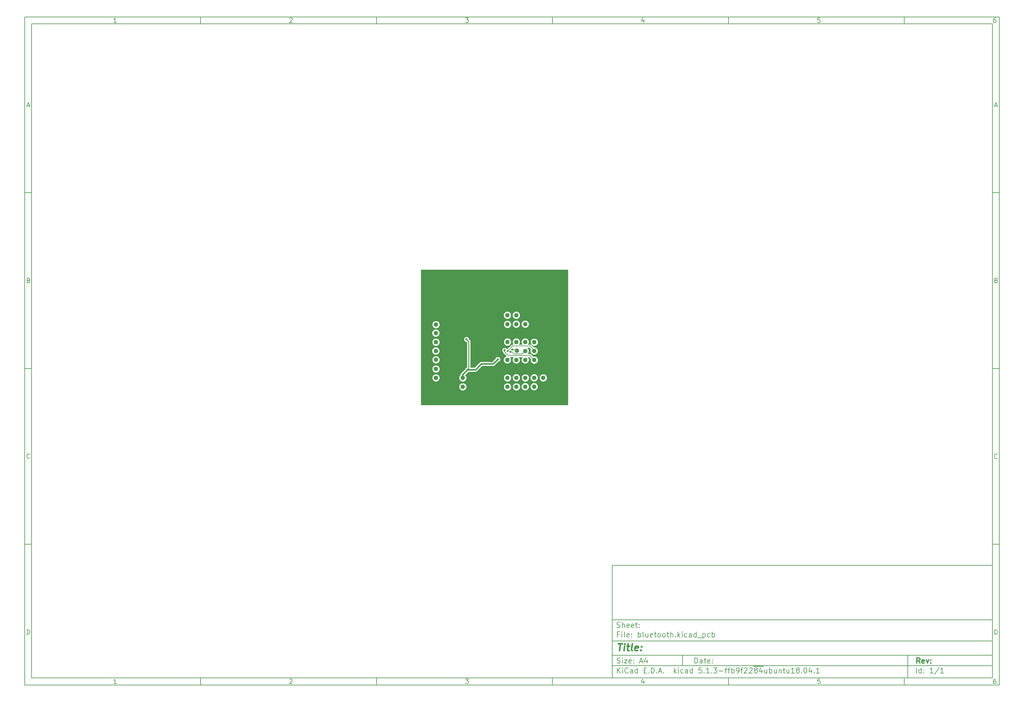
<source format=gbr>
%TF.GenerationSoftware,KiCad,Pcbnew,5.1.3-ffb9f22~84~ubuntu18.04.1*%
%TF.CreationDate,2019-07-25T20:13:38+03:00*%
%TF.ProjectId,bluetooth,626c7565-746f-46f7-9468-2e6b69636164,rev?*%
%TF.SameCoordinates,Original*%
%TF.FileFunction,Copper,L2,Bot*%
%TF.FilePolarity,Positive*%
%FSLAX45Y45*%
G04 Gerber Fmt 4.5, Leading zero omitted, Abs format (unit mm)*
G04 Created by KiCad (PCBNEW 5.1.3-ffb9f22~84~ubuntu18.04.1) date 2019-07-25 20:13:38*
%MOMM*%
%LPD*%
G04 APERTURE LIST*
%ADD10C,0.100000*%
%ADD11C,0.150000*%
%ADD12C,0.300000*%
%ADD13C,0.400000*%
%TA.AperFunction,ComponentPad*%
%ADD14C,1.300000*%
%TD*%
%TA.AperFunction,ViaPad*%
%ADD15C,0.609600*%
%TD*%
%TA.AperFunction,ViaPad*%
%ADD16C,0.400000*%
%TD*%
%TA.AperFunction,ViaPad*%
%ADD17C,0.660000*%
%TD*%
%TA.AperFunction,Conductor*%
%ADD18C,0.152400*%
%TD*%
%TA.AperFunction,Conductor*%
%ADD19C,0.254000*%
%TD*%
%TA.AperFunction,Conductor*%
%ADD20C,0.381000*%
%TD*%
%TA.AperFunction,Conductor*%
%ADD21C,0.025400*%
%TD*%
G04 APERTURE END LIST*
D10*
D11*
X17700220Y-16600720D02*
X17700220Y-19800720D01*
X28500220Y-19800720D01*
X28500220Y-16600720D01*
X17700220Y-16600720D01*
D10*
D11*
X1000000Y-1000000D02*
X1000000Y-20000720D01*
X28700220Y-20000720D01*
X28700220Y-1000000D01*
X1000000Y-1000000D01*
D10*
D11*
X1200000Y-1200000D02*
X1200000Y-19800720D01*
X28500220Y-19800720D01*
X28500220Y-1200000D01*
X1200000Y-1200000D01*
D10*
D11*
X6000000Y-1200000D02*
X6000000Y-1000000D01*
D10*
D11*
X11000000Y-1200000D02*
X11000000Y-1000000D01*
D10*
D11*
X16000000Y-1200000D02*
X16000000Y-1000000D01*
D10*
D11*
X21000000Y-1200000D02*
X21000000Y-1000000D01*
D10*
D11*
X26000000Y-1200000D02*
X26000000Y-1000000D01*
D10*
D11*
X3606548Y-1158810D02*
X3532262Y-1158810D01*
X3569405Y-1158810D02*
X3569405Y-1028809D01*
X3557024Y-1047381D01*
X3544643Y-1059762D01*
X3532262Y-1065952D01*
D10*
D11*
X8532262Y-1041190D02*
X8538452Y-1035000D01*
X8550833Y-1028809D01*
X8581786Y-1028809D01*
X8594167Y-1035000D01*
X8600357Y-1041190D01*
X8606548Y-1053571D01*
X8606548Y-1065952D01*
X8600357Y-1084524D01*
X8526071Y-1158810D01*
X8606548Y-1158810D01*
D10*
D11*
X13526071Y-1028809D02*
X13606548Y-1028809D01*
X13563214Y-1078333D01*
X13581786Y-1078333D01*
X13594167Y-1084524D01*
X13600357Y-1090714D01*
X13606548Y-1103095D01*
X13606548Y-1134048D01*
X13600357Y-1146429D01*
X13594167Y-1152619D01*
X13581786Y-1158810D01*
X13544643Y-1158810D01*
X13532262Y-1152619D01*
X13526071Y-1146429D01*
D10*
D11*
X18594167Y-1072143D02*
X18594167Y-1158810D01*
X18563214Y-1022619D02*
X18532262Y-1115476D01*
X18612738Y-1115476D01*
D10*
D11*
X23600357Y-1028809D02*
X23538452Y-1028809D01*
X23532262Y-1090714D01*
X23538452Y-1084524D01*
X23550833Y-1078333D01*
X23581786Y-1078333D01*
X23594167Y-1084524D01*
X23600357Y-1090714D01*
X23606548Y-1103095D01*
X23606548Y-1134048D01*
X23600357Y-1146429D01*
X23594167Y-1152619D01*
X23581786Y-1158810D01*
X23550833Y-1158810D01*
X23538452Y-1152619D01*
X23532262Y-1146429D01*
D10*
D11*
X28594167Y-1028809D02*
X28569405Y-1028809D01*
X28557024Y-1035000D01*
X28550833Y-1041190D01*
X28538452Y-1059762D01*
X28532262Y-1084524D01*
X28532262Y-1134048D01*
X28538452Y-1146429D01*
X28544643Y-1152619D01*
X28557024Y-1158810D01*
X28581786Y-1158810D01*
X28594167Y-1152619D01*
X28600357Y-1146429D01*
X28606548Y-1134048D01*
X28606548Y-1103095D01*
X28600357Y-1090714D01*
X28594167Y-1084524D01*
X28581786Y-1078333D01*
X28557024Y-1078333D01*
X28544643Y-1084524D01*
X28538452Y-1090714D01*
X28532262Y-1103095D01*
D10*
D11*
X6000000Y-19800720D02*
X6000000Y-20000720D01*
D10*
D11*
X11000000Y-19800720D02*
X11000000Y-20000720D01*
D10*
D11*
X16000000Y-19800720D02*
X16000000Y-20000720D01*
D10*
D11*
X21000000Y-19800720D02*
X21000000Y-20000720D01*
D10*
D11*
X26000000Y-19800720D02*
X26000000Y-20000720D01*
D10*
D11*
X3606548Y-19959530D02*
X3532262Y-19959530D01*
X3569405Y-19959530D02*
X3569405Y-19829530D01*
X3557024Y-19848101D01*
X3544643Y-19860482D01*
X3532262Y-19866672D01*
D10*
D11*
X8532262Y-19841910D02*
X8538452Y-19835720D01*
X8550833Y-19829530D01*
X8581786Y-19829530D01*
X8594167Y-19835720D01*
X8600357Y-19841910D01*
X8606548Y-19854291D01*
X8606548Y-19866672D01*
X8600357Y-19885244D01*
X8526071Y-19959530D01*
X8606548Y-19959530D01*
D10*
D11*
X13526071Y-19829530D02*
X13606548Y-19829530D01*
X13563214Y-19879053D01*
X13581786Y-19879053D01*
X13594167Y-19885244D01*
X13600357Y-19891434D01*
X13606548Y-19903815D01*
X13606548Y-19934768D01*
X13600357Y-19947149D01*
X13594167Y-19953339D01*
X13581786Y-19959530D01*
X13544643Y-19959530D01*
X13532262Y-19953339D01*
X13526071Y-19947149D01*
D10*
D11*
X18594167Y-19872863D02*
X18594167Y-19959530D01*
X18563214Y-19823339D02*
X18532262Y-19916196D01*
X18612738Y-19916196D01*
D10*
D11*
X23600357Y-19829530D02*
X23538452Y-19829530D01*
X23532262Y-19891434D01*
X23538452Y-19885244D01*
X23550833Y-19879053D01*
X23581786Y-19879053D01*
X23594167Y-19885244D01*
X23600357Y-19891434D01*
X23606548Y-19903815D01*
X23606548Y-19934768D01*
X23600357Y-19947149D01*
X23594167Y-19953339D01*
X23581786Y-19959530D01*
X23550833Y-19959530D01*
X23538452Y-19953339D01*
X23532262Y-19947149D01*
D10*
D11*
X28594167Y-19829530D02*
X28569405Y-19829530D01*
X28557024Y-19835720D01*
X28550833Y-19841910D01*
X28538452Y-19860482D01*
X28532262Y-19885244D01*
X28532262Y-19934768D01*
X28538452Y-19947149D01*
X28544643Y-19953339D01*
X28557024Y-19959530D01*
X28581786Y-19959530D01*
X28594167Y-19953339D01*
X28600357Y-19947149D01*
X28606548Y-19934768D01*
X28606548Y-19903815D01*
X28600357Y-19891434D01*
X28594167Y-19885244D01*
X28581786Y-19879053D01*
X28557024Y-19879053D01*
X28544643Y-19885244D01*
X28538452Y-19891434D01*
X28532262Y-19903815D01*
D10*
D11*
X1000000Y-6000000D02*
X1200000Y-6000000D01*
D10*
D11*
X1000000Y-11000000D02*
X1200000Y-11000000D01*
D10*
D11*
X1000000Y-16000000D02*
X1200000Y-16000000D01*
D10*
D11*
X1069048Y-3521667D02*
X1130952Y-3521667D01*
X1056667Y-3558809D02*
X1100000Y-3428809D01*
X1143333Y-3558809D01*
D10*
D11*
X1109286Y-8490714D02*
X1127857Y-8496905D01*
X1134048Y-8503095D01*
X1140238Y-8515476D01*
X1140238Y-8534048D01*
X1134048Y-8546429D01*
X1127857Y-8552619D01*
X1115476Y-8558810D01*
X1065952Y-8558810D01*
X1065952Y-8428810D01*
X1109286Y-8428810D01*
X1121667Y-8435000D01*
X1127857Y-8441190D01*
X1134048Y-8453571D01*
X1134048Y-8465952D01*
X1127857Y-8478333D01*
X1121667Y-8484524D01*
X1109286Y-8490714D01*
X1065952Y-8490714D01*
D10*
D11*
X1140238Y-13546428D02*
X1134048Y-13552619D01*
X1115476Y-13558809D01*
X1103095Y-13558809D01*
X1084524Y-13552619D01*
X1072143Y-13540238D01*
X1065952Y-13527857D01*
X1059762Y-13503095D01*
X1059762Y-13484524D01*
X1065952Y-13459762D01*
X1072143Y-13447381D01*
X1084524Y-13435000D01*
X1103095Y-13428809D01*
X1115476Y-13428809D01*
X1134048Y-13435000D01*
X1140238Y-13441190D01*
D10*
D11*
X1065952Y-18558810D02*
X1065952Y-18428810D01*
X1096905Y-18428810D01*
X1115476Y-18435000D01*
X1127857Y-18447381D01*
X1134048Y-18459762D01*
X1140238Y-18484524D01*
X1140238Y-18503095D01*
X1134048Y-18527857D01*
X1127857Y-18540238D01*
X1115476Y-18552619D01*
X1096905Y-18558810D01*
X1065952Y-18558810D01*
D10*
D11*
X28700220Y-6000000D02*
X28500220Y-6000000D01*
D10*
D11*
X28700220Y-11000000D02*
X28500220Y-11000000D01*
D10*
D11*
X28700220Y-16000000D02*
X28500220Y-16000000D01*
D10*
D11*
X28569268Y-3521667D02*
X28631172Y-3521667D01*
X28556887Y-3558809D02*
X28600220Y-3428809D01*
X28643553Y-3558809D01*
D10*
D11*
X28609506Y-8490714D02*
X28628077Y-8496905D01*
X28634268Y-8503095D01*
X28640458Y-8515476D01*
X28640458Y-8534048D01*
X28634268Y-8546429D01*
X28628077Y-8552619D01*
X28615696Y-8558810D01*
X28566172Y-8558810D01*
X28566172Y-8428810D01*
X28609506Y-8428810D01*
X28621887Y-8435000D01*
X28628077Y-8441190D01*
X28634268Y-8453571D01*
X28634268Y-8465952D01*
X28628077Y-8478333D01*
X28621887Y-8484524D01*
X28609506Y-8490714D01*
X28566172Y-8490714D01*
D10*
D11*
X28640458Y-13546428D02*
X28634268Y-13552619D01*
X28615696Y-13558809D01*
X28603315Y-13558809D01*
X28584744Y-13552619D01*
X28572363Y-13540238D01*
X28566172Y-13527857D01*
X28559982Y-13503095D01*
X28559982Y-13484524D01*
X28566172Y-13459762D01*
X28572363Y-13447381D01*
X28584744Y-13435000D01*
X28603315Y-13428809D01*
X28615696Y-13428809D01*
X28634268Y-13435000D01*
X28640458Y-13441190D01*
D10*
D11*
X28566172Y-18558810D02*
X28566172Y-18428810D01*
X28597125Y-18428810D01*
X28615696Y-18435000D01*
X28628077Y-18447381D01*
X28634268Y-18459762D01*
X28640458Y-18484524D01*
X28640458Y-18503095D01*
X28634268Y-18527857D01*
X28628077Y-18540238D01*
X28615696Y-18552619D01*
X28597125Y-18558810D01*
X28566172Y-18558810D01*
D10*
D11*
X20043434Y-19378577D02*
X20043434Y-19228577D01*
X20079149Y-19228577D01*
X20100577Y-19235720D01*
X20114863Y-19250006D01*
X20122006Y-19264291D01*
X20129149Y-19292863D01*
X20129149Y-19314291D01*
X20122006Y-19342863D01*
X20114863Y-19357149D01*
X20100577Y-19371434D01*
X20079149Y-19378577D01*
X20043434Y-19378577D01*
X20257720Y-19378577D02*
X20257720Y-19300006D01*
X20250577Y-19285720D01*
X20236291Y-19278577D01*
X20207720Y-19278577D01*
X20193434Y-19285720D01*
X20257720Y-19371434D02*
X20243434Y-19378577D01*
X20207720Y-19378577D01*
X20193434Y-19371434D01*
X20186291Y-19357149D01*
X20186291Y-19342863D01*
X20193434Y-19328577D01*
X20207720Y-19321434D01*
X20243434Y-19321434D01*
X20257720Y-19314291D01*
X20307720Y-19278577D02*
X20364863Y-19278577D01*
X20329149Y-19228577D02*
X20329149Y-19357149D01*
X20336291Y-19371434D01*
X20350577Y-19378577D01*
X20364863Y-19378577D01*
X20472006Y-19371434D02*
X20457720Y-19378577D01*
X20429149Y-19378577D01*
X20414863Y-19371434D01*
X20407720Y-19357149D01*
X20407720Y-19300006D01*
X20414863Y-19285720D01*
X20429149Y-19278577D01*
X20457720Y-19278577D01*
X20472006Y-19285720D01*
X20479149Y-19300006D01*
X20479149Y-19314291D01*
X20407720Y-19328577D01*
X20543434Y-19364291D02*
X20550577Y-19371434D01*
X20543434Y-19378577D01*
X20536291Y-19371434D01*
X20543434Y-19364291D01*
X20543434Y-19378577D01*
X20543434Y-19285720D02*
X20550577Y-19292863D01*
X20543434Y-19300006D01*
X20536291Y-19292863D01*
X20543434Y-19285720D01*
X20543434Y-19300006D01*
D10*
D11*
X17700220Y-19450720D02*
X28500220Y-19450720D01*
D10*
D11*
X17843434Y-19658577D02*
X17843434Y-19508577D01*
X17929149Y-19658577D02*
X17864863Y-19572863D01*
X17929149Y-19508577D02*
X17843434Y-19594291D01*
X17993434Y-19658577D02*
X17993434Y-19558577D01*
X17993434Y-19508577D02*
X17986291Y-19515720D01*
X17993434Y-19522863D01*
X18000577Y-19515720D01*
X17993434Y-19508577D01*
X17993434Y-19522863D01*
X18150577Y-19644291D02*
X18143434Y-19651434D01*
X18122006Y-19658577D01*
X18107720Y-19658577D01*
X18086291Y-19651434D01*
X18072006Y-19637149D01*
X18064863Y-19622863D01*
X18057720Y-19594291D01*
X18057720Y-19572863D01*
X18064863Y-19544291D01*
X18072006Y-19530006D01*
X18086291Y-19515720D01*
X18107720Y-19508577D01*
X18122006Y-19508577D01*
X18143434Y-19515720D01*
X18150577Y-19522863D01*
X18279149Y-19658577D02*
X18279149Y-19580006D01*
X18272006Y-19565720D01*
X18257720Y-19558577D01*
X18229149Y-19558577D01*
X18214863Y-19565720D01*
X18279149Y-19651434D02*
X18264863Y-19658577D01*
X18229149Y-19658577D01*
X18214863Y-19651434D01*
X18207720Y-19637149D01*
X18207720Y-19622863D01*
X18214863Y-19608577D01*
X18229149Y-19601434D01*
X18264863Y-19601434D01*
X18279149Y-19594291D01*
X18414863Y-19658577D02*
X18414863Y-19508577D01*
X18414863Y-19651434D02*
X18400577Y-19658577D01*
X18372006Y-19658577D01*
X18357720Y-19651434D01*
X18350577Y-19644291D01*
X18343434Y-19630006D01*
X18343434Y-19587149D01*
X18350577Y-19572863D01*
X18357720Y-19565720D01*
X18372006Y-19558577D01*
X18400577Y-19558577D01*
X18414863Y-19565720D01*
X18600577Y-19580006D02*
X18650577Y-19580006D01*
X18672006Y-19658577D02*
X18600577Y-19658577D01*
X18600577Y-19508577D01*
X18672006Y-19508577D01*
X18736291Y-19644291D02*
X18743434Y-19651434D01*
X18736291Y-19658577D01*
X18729149Y-19651434D01*
X18736291Y-19644291D01*
X18736291Y-19658577D01*
X18807720Y-19658577D02*
X18807720Y-19508577D01*
X18843434Y-19508577D01*
X18864863Y-19515720D01*
X18879149Y-19530006D01*
X18886291Y-19544291D01*
X18893434Y-19572863D01*
X18893434Y-19594291D01*
X18886291Y-19622863D01*
X18879149Y-19637149D01*
X18864863Y-19651434D01*
X18843434Y-19658577D01*
X18807720Y-19658577D01*
X18957720Y-19644291D02*
X18964863Y-19651434D01*
X18957720Y-19658577D01*
X18950577Y-19651434D01*
X18957720Y-19644291D01*
X18957720Y-19658577D01*
X19022006Y-19615720D02*
X19093434Y-19615720D01*
X19007720Y-19658577D02*
X19057720Y-19508577D01*
X19107720Y-19658577D01*
X19157720Y-19644291D02*
X19164863Y-19651434D01*
X19157720Y-19658577D01*
X19150577Y-19651434D01*
X19157720Y-19644291D01*
X19157720Y-19658577D01*
X19457720Y-19658577D02*
X19457720Y-19508577D01*
X19472006Y-19601434D02*
X19514863Y-19658577D01*
X19514863Y-19558577D02*
X19457720Y-19615720D01*
X19579149Y-19658577D02*
X19579149Y-19558577D01*
X19579149Y-19508577D02*
X19572006Y-19515720D01*
X19579149Y-19522863D01*
X19586291Y-19515720D01*
X19579149Y-19508577D01*
X19579149Y-19522863D01*
X19714863Y-19651434D02*
X19700577Y-19658577D01*
X19672006Y-19658577D01*
X19657720Y-19651434D01*
X19650577Y-19644291D01*
X19643434Y-19630006D01*
X19643434Y-19587149D01*
X19650577Y-19572863D01*
X19657720Y-19565720D01*
X19672006Y-19558577D01*
X19700577Y-19558577D01*
X19714863Y-19565720D01*
X19843434Y-19658577D02*
X19843434Y-19580006D01*
X19836291Y-19565720D01*
X19822006Y-19558577D01*
X19793434Y-19558577D01*
X19779149Y-19565720D01*
X19843434Y-19651434D02*
X19829149Y-19658577D01*
X19793434Y-19658577D01*
X19779149Y-19651434D01*
X19772006Y-19637149D01*
X19772006Y-19622863D01*
X19779149Y-19608577D01*
X19793434Y-19601434D01*
X19829149Y-19601434D01*
X19843434Y-19594291D01*
X19979149Y-19658577D02*
X19979149Y-19508577D01*
X19979149Y-19651434D02*
X19964863Y-19658577D01*
X19936291Y-19658577D01*
X19922006Y-19651434D01*
X19914863Y-19644291D01*
X19907720Y-19630006D01*
X19907720Y-19587149D01*
X19914863Y-19572863D01*
X19922006Y-19565720D01*
X19936291Y-19558577D01*
X19964863Y-19558577D01*
X19979149Y-19565720D01*
X20236291Y-19508577D02*
X20164863Y-19508577D01*
X20157720Y-19580006D01*
X20164863Y-19572863D01*
X20179149Y-19565720D01*
X20214863Y-19565720D01*
X20229149Y-19572863D01*
X20236291Y-19580006D01*
X20243434Y-19594291D01*
X20243434Y-19630006D01*
X20236291Y-19644291D01*
X20229149Y-19651434D01*
X20214863Y-19658577D01*
X20179149Y-19658577D01*
X20164863Y-19651434D01*
X20157720Y-19644291D01*
X20307720Y-19644291D02*
X20314863Y-19651434D01*
X20307720Y-19658577D01*
X20300577Y-19651434D01*
X20307720Y-19644291D01*
X20307720Y-19658577D01*
X20457720Y-19658577D02*
X20372006Y-19658577D01*
X20414863Y-19658577D02*
X20414863Y-19508577D01*
X20400577Y-19530006D01*
X20386291Y-19544291D01*
X20372006Y-19551434D01*
X20522006Y-19644291D02*
X20529149Y-19651434D01*
X20522006Y-19658577D01*
X20514863Y-19651434D01*
X20522006Y-19644291D01*
X20522006Y-19658577D01*
X20579149Y-19508577D02*
X20672006Y-19508577D01*
X20622006Y-19565720D01*
X20643434Y-19565720D01*
X20657720Y-19572863D01*
X20664863Y-19580006D01*
X20672006Y-19594291D01*
X20672006Y-19630006D01*
X20664863Y-19644291D01*
X20657720Y-19651434D01*
X20643434Y-19658577D01*
X20600577Y-19658577D01*
X20586291Y-19651434D01*
X20579149Y-19644291D01*
X20736291Y-19601434D02*
X20850577Y-19601434D01*
X20900577Y-19558577D02*
X20957720Y-19558577D01*
X20922006Y-19658577D02*
X20922006Y-19530006D01*
X20929149Y-19515720D01*
X20943434Y-19508577D01*
X20957720Y-19508577D01*
X20986291Y-19558577D02*
X21043434Y-19558577D01*
X21007720Y-19658577D02*
X21007720Y-19530006D01*
X21014863Y-19515720D01*
X21029149Y-19508577D01*
X21043434Y-19508577D01*
X21093434Y-19658577D02*
X21093434Y-19508577D01*
X21093434Y-19565720D02*
X21107720Y-19558577D01*
X21136291Y-19558577D01*
X21150577Y-19565720D01*
X21157720Y-19572863D01*
X21164863Y-19587149D01*
X21164863Y-19630006D01*
X21157720Y-19644291D01*
X21150577Y-19651434D01*
X21136291Y-19658577D01*
X21107720Y-19658577D01*
X21093434Y-19651434D01*
X21236291Y-19658577D02*
X21264863Y-19658577D01*
X21279149Y-19651434D01*
X21286291Y-19644291D01*
X21300577Y-19622863D01*
X21307720Y-19594291D01*
X21307720Y-19537149D01*
X21300577Y-19522863D01*
X21293434Y-19515720D01*
X21279149Y-19508577D01*
X21250577Y-19508577D01*
X21236291Y-19515720D01*
X21229149Y-19522863D01*
X21222006Y-19537149D01*
X21222006Y-19572863D01*
X21229149Y-19587149D01*
X21236291Y-19594291D01*
X21250577Y-19601434D01*
X21279149Y-19601434D01*
X21293434Y-19594291D01*
X21300577Y-19587149D01*
X21307720Y-19572863D01*
X21350577Y-19558577D02*
X21407720Y-19558577D01*
X21372006Y-19658577D02*
X21372006Y-19530006D01*
X21379149Y-19515720D01*
X21393434Y-19508577D01*
X21407720Y-19508577D01*
X21450577Y-19522863D02*
X21457720Y-19515720D01*
X21472006Y-19508577D01*
X21507720Y-19508577D01*
X21522006Y-19515720D01*
X21529149Y-19522863D01*
X21536291Y-19537149D01*
X21536291Y-19551434D01*
X21529149Y-19572863D01*
X21443434Y-19658577D01*
X21536291Y-19658577D01*
X21593434Y-19522863D02*
X21600577Y-19515720D01*
X21614863Y-19508577D01*
X21650577Y-19508577D01*
X21664863Y-19515720D01*
X21672006Y-19522863D01*
X21679149Y-19537149D01*
X21679149Y-19551434D01*
X21672006Y-19572863D01*
X21586291Y-19658577D01*
X21679149Y-19658577D01*
X21707720Y-19467720D02*
X21850577Y-19467720D01*
X21764863Y-19572863D02*
X21750577Y-19565720D01*
X21743434Y-19558577D01*
X21736291Y-19544291D01*
X21736291Y-19537149D01*
X21743434Y-19522863D01*
X21750577Y-19515720D01*
X21764863Y-19508577D01*
X21793434Y-19508577D01*
X21807720Y-19515720D01*
X21814863Y-19522863D01*
X21822006Y-19537149D01*
X21822006Y-19544291D01*
X21814863Y-19558577D01*
X21807720Y-19565720D01*
X21793434Y-19572863D01*
X21764863Y-19572863D01*
X21750577Y-19580006D01*
X21743434Y-19587149D01*
X21736291Y-19601434D01*
X21736291Y-19630006D01*
X21743434Y-19644291D01*
X21750577Y-19651434D01*
X21764863Y-19658577D01*
X21793434Y-19658577D01*
X21807720Y-19651434D01*
X21814863Y-19644291D01*
X21822006Y-19630006D01*
X21822006Y-19601434D01*
X21814863Y-19587149D01*
X21807720Y-19580006D01*
X21793434Y-19572863D01*
X21850577Y-19467720D02*
X21993434Y-19467720D01*
X21950577Y-19558577D02*
X21950577Y-19658577D01*
X21914863Y-19501434D02*
X21879149Y-19608577D01*
X21972006Y-19608577D01*
X22093434Y-19558577D02*
X22093434Y-19658577D01*
X22029149Y-19558577D02*
X22029149Y-19637149D01*
X22036291Y-19651434D01*
X22050577Y-19658577D01*
X22072006Y-19658577D01*
X22086291Y-19651434D01*
X22093434Y-19644291D01*
X22164863Y-19658577D02*
X22164863Y-19508577D01*
X22164863Y-19565720D02*
X22179149Y-19558577D01*
X22207720Y-19558577D01*
X22222006Y-19565720D01*
X22229149Y-19572863D01*
X22236291Y-19587149D01*
X22236291Y-19630006D01*
X22229149Y-19644291D01*
X22222006Y-19651434D01*
X22207720Y-19658577D01*
X22179149Y-19658577D01*
X22164863Y-19651434D01*
X22364863Y-19558577D02*
X22364863Y-19658577D01*
X22300577Y-19558577D02*
X22300577Y-19637149D01*
X22307720Y-19651434D01*
X22322006Y-19658577D01*
X22343434Y-19658577D01*
X22357720Y-19651434D01*
X22364863Y-19644291D01*
X22436291Y-19558577D02*
X22436291Y-19658577D01*
X22436291Y-19572863D02*
X22443434Y-19565720D01*
X22457720Y-19558577D01*
X22479148Y-19558577D01*
X22493434Y-19565720D01*
X22500577Y-19580006D01*
X22500577Y-19658577D01*
X22550577Y-19558577D02*
X22607720Y-19558577D01*
X22572006Y-19508577D02*
X22572006Y-19637149D01*
X22579148Y-19651434D01*
X22593434Y-19658577D01*
X22607720Y-19658577D01*
X22722006Y-19558577D02*
X22722006Y-19658577D01*
X22657720Y-19558577D02*
X22657720Y-19637149D01*
X22664863Y-19651434D01*
X22679148Y-19658577D01*
X22700577Y-19658577D01*
X22714863Y-19651434D01*
X22722006Y-19644291D01*
X22872006Y-19658577D02*
X22786291Y-19658577D01*
X22829148Y-19658577D02*
X22829148Y-19508577D01*
X22814863Y-19530006D01*
X22800577Y-19544291D01*
X22786291Y-19551434D01*
X22957720Y-19572863D02*
X22943434Y-19565720D01*
X22936291Y-19558577D01*
X22929148Y-19544291D01*
X22929148Y-19537149D01*
X22936291Y-19522863D01*
X22943434Y-19515720D01*
X22957720Y-19508577D01*
X22986291Y-19508577D01*
X23000577Y-19515720D01*
X23007720Y-19522863D01*
X23014863Y-19537149D01*
X23014863Y-19544291D01*
X23007720Y-19558577D01*
X23000577Y-19565720D01*
X22986291Y-19572863D01*
X22957720Y-19572863D01*
X22943434Y-19580006D01*
X22936291Y-19587149D01*
X22929148Y-19601434D01*
X22929148Y-19630006D01*
X22936291Y-19644291D01*
X22943434Y-19651434D01*
X22957720Y-19658577D01*
X22986291Y-19658577D01*
X23000577Y-19651434D01*
X23007720Y-19644291D01*
X23014863Y-19630006D01*
X23014863Y-19601434D01*
X23007720Y-19587149D01*
X23000577Y-19580006D01*
X22986291Y-19572863D01*
X23079148Y-19644291D02*
X23086291Y-19651434D01*
X23079148Y-19658577D01*
X23072006Y-19651434D01*
X23079148Y-19644291D01*
X23079148Y-19658577D01*
X23179148Y-19508577D02*
X23193434Y-19508577D01*
X23207720Y-19515720D01*
X23214863Y-19522863D01*
X23222006Y-19537149D01*
X23229148Y-19565720D01*
X23229148Y-19601434D01*
X23222006Y-19630006D01*
X23214863Y-19644291D01*
X23207720Y-19651434D01*
X23193434Y-19658577D01*
X23179148Y-19658577D01*
X23164863Y-19651434D01*
X23157720Y-19644291D01*
X23150577Y-19630006D01*
X23143434Y-19601434D01*
X23143434Y-19565720D01*
X23150577Y-19537149D01*
X23157720Y-19522863D01*
X23164863Y-19515720D01*
X23179148Y-19508577D01*
X23357720Y-19558577D02*
X23357720Y-19658577D01*
X23322006Y-19501434D02*
X23286291Y-19608577D01*
X23379148Y-19608577D01*
X23436291Y-19644291D02*
X23443434Y-19651434D01*
X23436291Y-19658577D01*
X23429148Y-19651434D01*
X23436291Y-19644291D01*
X23436291Y-19658577D01*
X23586291Y-19658577D02*
X23500577Y-19658577D01*
X23543434Y-19658577D02*
X23543434Y-19508577D01*
X23529148Y-19530006D01*
X23514863Y-19544291D01*
X23500577Y-19551434D01*
D10*
D11*
X17700220Y-19150720D02*
X28500220Y-19150720D01*
D10*
D12*
X26441148Y-19378577D02*
X26391148Y-19307149D01*
X26355434Y-19378577D02*
X26355434Y-19228577D01*
X26412577Y-19228577D01*
X26426863Y-19235720D01*
X26434006Y-19242863D01*
X26441148Y-19257149D01*
X26441148Y-19278577D01*
X26434006Y-19292863D01*
X26426863Y-19300006D01*
X26412577Y-19307149D01*
X26355434Y-19307149D01*
X26562577Y-19371434D02*
X26548291Y-19378577D01*
X26519720Y-19378577D01*
X26505434Y-19371434D01*
X26498291Y-19357149D01*
X26498291Y-19300006D01*
X26505434Y-19285720D01*
X26519720Y-19278577D01*
X26548291Y-19278577D01*
X26562577Y-19285720D01*
X26569720Y-19300006D01*
X26569720Y-19314291D01*
X26498291Y-19328577D01*
X26619720Y-19278577D02*
X26655434Y-19378577D01*
X26691148Y-19278577D01*
X26748291Y-19364291D02*
X26755434Y-19371434D01*
X26748291Y-19378577D01*
X26741148Y-19371434D01*
X26748291Y-19364291D01*
X26748291Y-19378577D01*
X26748291Y-19285720D02*
X26755434Y-19292863D01*
X26748291Y-19300006D01*
X26741148Y-19292863D01*
X26748291Y-19285720D01*
X26748291Y-19300006D01*
D10*
D11*
X17836291Y-19371434D02*
X17857720Y-19378577D01*
X17893434Y-19378577D01*
X17907720Y-19371434D01*
X17914863Y-19364291D01*
X17922006Y-19350006D01*
X17922006Y-19335720D01*
X17914863Y-19321434D01*
X17907720Y-19314291D01*
X17893434Y-19307149D01*
X17864863Y-19300006D01*
X17850577Y-19292863D01*
X17843434Y-19285720D01*
X17836291Y-19271434D01*
X17836291Y-19257149D01*
X17843434Y-19242863D01*
X17850577Y-19235720D01*
X17864863Y-19228577D01*
X17900577Y-19228577D01*
X17922006Y-19235720D01*
X17986291Y-19378577D02*
X17986291Y-19278577D01*
X17986291Y-19228577D02*
X17979149Y-19235720D01*
X17986291Y-19242863D01*
X17993434Y-19235720D01*
X17986291Y-19228577D01*
X17986291Y-19242863D01*
X18043434Y-19278577D02*
X18122006Y-19278577D01*
X18043434Y-19378577D01*
X18122006Y-19378577D01*
X18236291Y-19371434D02*
X18222006Y-19378577D01*
X18193434Y-19378577D01*
X18179149Y-19371434D01*
X18172006Y-19357149D01*
X18172006Y-19300006D01*
X18179149Y-19285720D01*
X18193434Y-19278577D01*
X18222006Y-19278577D01*
X18236291Y-19285720D01*
X18243434Y-19300006D01*
X18243434Y-19314291D01*
X18172006Y-19328577D01*
X18307720Y-19364291D02*
X18314863Y-19371434D01*
X18307720Y-19378577D01*
X18300577Y-19371434D01*
X18307720Y-19364291D01*
X18307720Y-19378577D01*
X18307720Y-19285720D02*
X18314863Y-19292863D01*
X18307720Y-19300006D01*
X18300577Y-19292863D01*
X18307720Y-19285720D01*
X18307720Y-19300006D01*
X18486291Y-19335720D02*
X18557720Y-19335720D01*
X18472006Y-19378577D02*
X18522006Y-19228577D01*
X18572006Y-19378577D01*
X18686291Y-19278577D02*
X18686291Y-19378577D01*
X18650577Y-19221434D02*
X18614863Y-19328577D01*
X18707720Y-19328577D01*
D10*
D11*
X26343434Y-19658577D02*
X26343434Y-19508577D01*
X26479148Y-19658577D02*
X26479148Y-19508577D01*
X26479148Y-19651434D02*
X26464863Y-19658577D01*
X26436291Y-19658577D01*
X26422006Y-19651434D01*
X26414863Y-19644291D01*
X26407720Y-19630006D01*
X26407720Y-19587149D01*
X26414863Y-19572863D01*
X26422006Y-19565720D01*
X26436291Y-19558577D01*
X26464863Y-19558577D01*
X26479148Y-19565720D01*
X26550577Y-19644291D02*
X26557720Y-19651434D01*
X26550577Y-19658577D01*
X26543434Y-19651434D01*
X26550577Y-19644291D01*
X26550577Y-19658577D01*
X26550577Y-19565720D02*
X26557720Y-19572863D01*
X26550577Y-19580006D01*
X26543434Y-19572863D01*
X26550577Y-19565720D01*
X26550577Y-19580006D01*
X26814863Y-19658577D02*
X26729148Y-19658577D01*
X26772006Y-19658577D02*
X26772006Y-19508577D01*
X26757720Y-19530006D01*
X26743434Y-19544291D01*
X26729148Y-19551434D01*
X26986291Y-19501434D02*
X26857720Y-19694291D01*
X27114863Y-19658577D02*
X27029148Y-19658577D01*
X27072006Y-19658577D02*
X27072006Y-19508577D01*
X27057720Y-19530006D01*
X27043434Y-19544291D01*
X27029148Y-19551434D01*
D10*
D11*
X17700220Y-18750720D02*
X28500220Y-18750720D01*
D10*
D13*
X17871458Y-18821196D02*
X17985744Y-18821196D01*
X17903601Y-19021196D02*
X17928601Y-18821196D01*
X18027410Y-19021196D02*
X18044077Y-18887863D01*
X18052410Y-18821196D02*
X18041696Y-18830720D01*
X18050030Y-18840244D01*
X18060744Y-18830720D01*
X18052410Y-18821196D01*
X18050030Y-18840244D01*
X18110744Y-18887863D02*
X18186934Y-18887863D01*
X18147649Y-18821196D02*
X18126220Y-18992625D01*
X18133363Y-19011672D01*
X18151220Y-19021196D01*
X18170268Y-19021196D01*
X18265506Y-19021196D02*
X18247649Y-19011672D01*
X18240506Y-18992625D01*
X18261934Y-18821196D01*
X18419077Y-19011672D02*
X18398839Y-19021196D01*
X18360744Y-19021196D01*
X18342887Y-19011672D01*
X18335744Y-18992625D01*
X18345268Y-18916434D01*
X18357172Y-18897387D01*
X18377410Y-18887863D01*
X18415506Y-18887863D01*
X18433363Y-18897387D01*
X18440506Y-18916434D01*
X18438125Y-18935482D01*
X18340506Y-18954530D01*
X18515506Y-19002149D02*
X18523839Y-19011672D01*
X18513125Y-19021196D01*
X18504791Y-19011672D01*
X18515506Y-19002149D01*
X18513125Y-19021196D01*
X18528601Y-18897387D02*
X18536934Y-18906910D01*
X18526220Y-18916434D01*
X18517887Y-18906910D01*
X18528601Y-18897387D01*
X18526220Y-18916434D01*
D10*
D11*
X17893434Y-18560006D02*
X17843434Y-18560006D01*
X17843434Y-18638577D02*
X17843434Y-18488577D01*
X17914863Y-18488577D01*
X17972006Y-18638577D02*
X17972006Y-18538577D01*
X17972006Y-18488577D02*
X17964863Y-18495720D01*
X17972006Y-18502863D01*
X17979149Y-18495720D01*
X17972006Y-18488577D01*
X17972006Y-18502863D01*
X18064863Y-18638577D02*
X18050577Y-18631434D01*
X18043434Y-18617149D01*
X18043434Y-18488577D01*
X18179149Y-18631434D02*
X18164863Y-18638577D01*
X18136291Y-18638577D01*
X18122006Y-18631434D01*
X18114863Y-18617149D01*
X18114863Y-18560006D01*
X18122006Y-18545720D01*
X18136291Y-18538577D01*
X18164863Y-18538577D01*
X18179149Y-18545720D01*
X18186291Y-18560006D01*
X18186291Y-18574291D01*
X18114863Y-18588577D01*
X18250577Y-18624291D02*
X18257720Y-18631434D01*
X18250577Y-18638577D01*
X18243434Y-18631434D01*
X18250577Y-18624291D01*
X18250577Y-18638577D01*
X18250577Y-18545720D02*
X18257720Y-18552863D01*
X18250577Y-18560006D01*
X18243434Y-18552863D01*
X18250577Y-18545720D01*
X18250577Y-18560006D01*
X18436291Y-18638577D02*
X18436291Y-18488577D01*
X18436291Y-18545720D02*
X18450577Y-18538577D01*
X18479149Y-18538577D01*
X18493434Y-18545720D01*
X18500577Y-18552863D01*
X18507720Y-18567149D01*
X18507720Y-18610006D01*
X18500577Y-18624291D01*
X18493434Y-18631434D01*
X18479149Y-18638577D01*
X18450577Y-18638577D01*
X18436291Y-18631434D01*
X18593434Y-18638577D02*
X18579149Y-18631434D01*
X18572006Y-18617149D01*
X18572006Y-18488577D01*
X18714863Y-18538577D02*
X18714863Y-18638577D01*
X18650577Y-18538577D02*
X18650577Y-18617149D01*
X18657720Y-18631434D01*
X18672006Y-18638577D01*
X18693434Y-18638577D01*
X18707720Y-18631434D01*
X18714863Y-18624291D01*
X18843434Y-18631434D02*
X18829149Y-18638577D01*
X18800577Y-18638577D01*
X18786291Y-18631434D01*
X18779149Y-18617149D01*
X18779149Y-18560006D01*
X18786291Y-18545720D01*
X18800577Y-18538577D01*
X18829149Y-18538577D01*
X18843434Y-18545720D01*
X18850577Y-18560006D01*
X18850577Y-18574291D01*
X18779149Y-18588577D01*
X18893434Y-18538577D02*
X18950577Y-18538577D01*
X18914863Y-18488577D02*
X18914863Y-18617149D01*
X18922006Y-18631434D01*
X18936291Y-18638577D01*
X18950577Y-18638577D01*
X19022006Y-18638577D02*
X19007720Y-18631434D01*
X19000577Y-18624291D01*
X18993434Y-18610006D01*
X18993434Y-18567149D01*
X19000577Y-18552863D01*
X19007720Y-18545720D01*
X19022006Y-18538577D01*
X19043434Y-18538577D01*
X19057720Y-18545720D01*
X19064863Y-18552863D01*
X19072006Y-18567149D01*
X19072006Y-18610006D01*
X19064863Y-18624291D01*
X19057720Y-18631434D01*
X19043434Y-18638577D01*
X19022006Y-18638577D01*
X19157720Y-18638577D02*
X19143434Y-18631434D01*
X19136291Y-18624291D01*
X19129149Y-18610006D01*
X19129149Y-18567149D01*
X19136291Y-18552863D01*
X19143434Y-18545720D01*
X19157720Y-18538577D01*
X19179149Y-18538577D01*
X19193434Y-18545720D01*
X19200577Y-18552863D01*
X19207720Y-18567149D01*
X19207720Y-18610006D01*
X19200577Y-18624291D01*
X19193434Y-18631434D01*
X19179149Y-18638577D01*
X19157720Y-18638577D01*
X19250577Y-18538577D02*
X19307720Y-18538577D01*
X19272006Y-18488577D02*
X19272006Y-18617149D01*
X19279149Y-18631434D01*
X19293434Y-18638577D01*
X19307720Y-18638577D01*
X19357720Y-18638577D02*
X19357720Y-18488577D01*
X19422006Y-18638577D02*
X19422006Y-18560006D01*
X19414863Y-18545720D01*
X19400577Y-18538577D01*
X19379149Y-18538577D01*
X19364863Y-18545720D01*
X19357720Y-18552863D01*
X19493434Y-18624291D02*
X19500577Y-18631434D01*
X19493434Y-18638577D01*
X19486291Y-18631434D01*
X19493434Y-18624291D01*
X19493434Y-18638577D01*
X19564863Y-18638577D02*
X19564863Y-18488577D01*
X19579149Y-18581434D02*
X19622006Y-18638577D01*
X19622006Y-18538577D02*
X19564863Y-18595720D01*
X19686291Y-18638577D02*
X19686291Y-18538577D01*
X19686291Y-18488577D02*
X19679149Y-18495720D01*
X19686291Y-18502863D01*
X19693434Y-18495720D01*
X19686291Y-18488577D01*
X19686291Y-18502863D01*
X19822006Y-18631434D02*
X19807720Y-18638577D01*
X19779149Y-18638577D01*
X19764863Y-18631434D01*
X19757720Y-18624291D01*
X19750577Y-18610006D01*
X19750577Y-18567149D01*
X19757720Y-18552863D01*
X19764863Y-18545720D01*
X19779149Y-18538577D01*
X19807720Y-18538577D01*
X19822006Y-18545720D01*
X19950577Y-18638577D02*
X19950577Y-18560006D01*
X19943434Y-18545720D01*
X19929149Y-18538577D01*
X19900577Y-18538577D01*
X19886291Y-18545720D01*
X19950577Y-18631434D02*
X19936291Y-18638577D01*
X19900577Y-18638577D01*
X19886291Y-18631434D01*
X19879149Y-18617149D01*
X19879149Y-18602863D01*
X19886291Y-18588577D01*
X19900577Y-18581434D01*
X19936291Y-18581434D01*
X19950577Y-18574291D01*
X20086291Y-18638577D02*
X20086291Y-18488577D01*
X20086291Y-18631434D02*
X20072006Y-18638577D01*
X20043434Y-18638577D01*
X20029149Y-18631434D01*
X20022006Y-18624291D01*
X20014863Y-18610006D01*
X20014863Y-18567149D01*
X20022006Y-18552863D01*
X20029149Y-18545720D01*
X20043434Y-18538577D01*
X20072006Y-18538577D01*
X20086291Y-18545720D01*
X20122006Y-18652863D02*
X20236291Y-18652863D01*
X20272006Y-18538577D02*
X20272006Y-18688577D01*
X20272006Y-18545720D02*
X20286291Y-18538577D01*
X20314863Y-18538577D01*
X20329149Y-18545720D01*
X20336291Y-18552863D01*
X20343434Y-18567149D01*
X20343434Y-18610006D01*
X20336291Y-18624291D01*
X20329149Y-18631434D01*
X20314863Y-18638577D01*
X20286291Y-18638577D01*
X20272006Y-18631434D01*
X20472006Y-18631434D02*
X20457720Y-18638577D01*
X20429149Y-18638577D01*
X20414863Y-18631434D01*
X20407720Y-18624291D01*
X20400577Y-18610006D01*
X20400577Y-18567149D01*
X20407720Y-18552863D01*
X20414863Y-18545720D01*
X20429149Y-18538577D01*
X20457720Y-18538577D01*
X20472006Y-18545720D01*
X20536291Y-18638577D02*
X20536291Y-18488577D01*
X20536291Y-18545720D02*
X20550577Y-18538577D01*
X20579149Y-18538577D01*
X20593434Y-18545720D01*
X20600577Y-18552863D01*
X20607720Y-18567149D01*
X20607720Y-18610006D01*
X20600577Y-18624291D01*
X20593434Y-18631434D01*
X20579149Y-18638577D01*
X20550577Y-18638577D01*
X20536291Y-18631434D01*
D10*
D11*
X17700220Y-18150720D02*
X28500220Y-18150720D01*
D10*
D11*
X17836291Y-18361434D02*
X17857720Y-18368577D01*
X17893434Y-18368577D01*
X17907720Y-18361434D01*
X17914863Y-18354291D01*
X17922006Y-18340006D01*
X17922006Y-18325720D01*
X17914863Y-18311434D01*
X17907720Y-18304291D01*
X17893434Y-18297149D01*
X17864863Y-18290006D01*
X17850577Y-18282863D01*
X17843434Y-18275720D01*
X17836291Y-18261434D01*
X17836291Y-18247149D01*
X17843434Y-18232863D01*
X17850577Y-18225720D01*
X17864863Y-18218577D01*
X17900577Y-18218577D01*
X17922006Y-18225720D01*
X17986291Y-18368577D02*
X17986291Y-18218577D01*
X18050577Y-18368577D02*
X18050577Y-18290006D01*
X18043434Y-18275720D01*
X18029149Y-18268577D01*
X18007720Y-18268577D01*
X17993434Y-18275720D01*
X17986291Y-18282863D01*
X18179149Y-18361434D02*
X18164863Y-18368577D01*
X18136291Y-18368577D01*
X18122006Y-18361434D01*
X18114863Y-18347149D01*
X18114863Y-18290006D01*
X18122006Y-18275720D01*
X18136291Y-18268577D01*
X18164863Y-18268577D01*
X18179149Y-18275720D01*
X18186291Y-18290006D01*
X18186291Y-18304291D01*
X18114863Y-18318577D01*
X18307720Y-18361434D02*
X18293434Y-18368577D01*
X18264863Y-18368577D01*
X18250577Y-18361434D01*
X18243434Y-18347149D01*
X18243434Y-18290006D01*
X18250577Y-18275720D01*
X18264863Y-18268577D01*
X18293434Y-18268577D01*
X18307720Y-18275720D01*
X18314863Y-18290006D01*
X18314863Y-18304291D01*
X18243434Y-18318577D01*
X18357720Y-18268577D02*
X18414863Y-18268577D01*
X18379149Y-18218577D02*
X18379149Y-18347149D01*
X18386291Y-18361434D01*
X18400577Y-18368577D01*
X18414863Y-18368577D01*
X18464863Y-18354291D02*
X18472006Y-18361434D01*
X18464863Y-18368577D01*
X18457720Y-18361434D01*
X18464863Y-18354291D01*
X18464863Y-18368577D01*
X18464863Y-18275720D02*
X18472006Y-18282863D01*
X18464863Y-18290006D01*
X18457720Y-18282863D01*
X18464863Y-18275720D01*
X18464863Y-18290006D01*
D10*
D11*
X19700220Y-19150720D02*
X19700220Y-19450720D01*
D10*
D11*
X26100220Y-19150720D02*
X26100220Y-19800720D01*
D14*
%TO.P,U102,1*%
%TO.N,Net-(U102-Pad1)*%
X14719181Y-10243419D03*
%TD*%
%TO.P,U26,GND*%
%TO.N,GND*%
X13449181Y-11519419D03*
%TD*%
%TO.P,U8,1*%
%TO.N,N/C*%
X13449181Y-11265419D03*
%TD*%
%TO.P,U33,1*%
%TO.N,N/C*%
X14719181Y-11265419D03*
%TD*%
%TO.P,U31,1*%
%TO.N,N/C*%
X15481181Y-10757419D03*
%TD*%
%TO.P,U25,1*%
%TO.N,N/C*%
X15222181Y-11513419D03*
%TD*%
%TO.P,U20,1*%
%TO.N,N/C*%
X15222181Y-10497419D03*
%TD*%
%TO.P,U19,1*%
%TO.N,N/C*%
X14719181Y-9741419D03*
%TD*%
%TO.P,U32,1*%
%TO.N,Net-(U32-Pad1)*%
X14973181Y-11519419D03*
%TD*%
%TO.P,U30,1*%
%TO.N,Net-(U30-Pad1)*%
X15227181Y-11265419D03*
%TD*%
%TO.P,U29,1*%
%TO.N,Net-(U29-Pad1)*%
X14719181Y-11519419D03*
%TD*%
%TO.P,U28,1*%
%TO.N,Net-(U28-Pad1)*%
X15476181Y-11513419D03*
%TD*%
%TO.P,U27,1*%
%TO.N,Net-(U27-Pad1)*%
X15476181Y-10497419D03*
%TD*%
%TO.P,U24,1*%
%TO.N,Net-(U24-Pad1)*%
X15735181Y-11265419D03*
%TD*%
%TO.P,U23,1*%
%TO.N,Net-(U23-Pad1)*%
X15481181Y-10249419D03*
%TD*%
%TO.P,U102,1*%
%TO.N,Net-(U102-Pad1)*%
X14968181Y-10243419D03*
%TD*%
%TO.P,U21,1*%
%TO.N,Net-(U21-Pad1)*%
X14968181Y-11259419D03*
%TD*%
%TO.P,U18,1*%
%TO.N,Net-(U18-Pad1)*%
X14991181Y-10494419D03*
%TD*%
%TO.P,U17,1*%
%TO.N,Net-(U17-Pad1)*%
X15222181Y-10751419D03*
%TD*%
%TO.P,U16,1*%
%TO.N,Net-(U16-Pad1)*%
X14968181Y-9735419D03*
%TD*%
%TO.P,U15,1*%
%TO.N,Net-(U15-Pad1)*%
X14714181Y-9481419D03*
%TD*%
%TO.P,U14,1*%
%TO.N,Net-(U14-Pad1)*%
X14714181Y-10751419D03*
%TD*%
%TO.P,U13,1*%
%TO.N,Net-(U13-Pad1)*%
X15222181Y-10243419D03*
%TD*%
%TO.P,U12,1*%
%TO.N,Net-(U12-Pad1)*%
X14968181Y-9481419D03*
%TD*%
%TO.P,U11,1*%
%TO.N,Net-(U11-Pad1)*%
X14968181Y-10751419D03*
%TD*%
%TO.P,U10,1*%
%TO.N,Net-(U10-Pad1)*%
X15222181Y-9735419D03*
%TD*%
%TO.P,U9,1*%
%TO.N,Net-(U9-Pad1)*%
X15476181Y-11259419D03*
%TD*%
%TO.P,U7,1*%
%TO.N,Net-(U7-Pad1)*%
X12687181Y-11265419D03*
%TD*%
%TO.P,U6,1*%
%TO.N,Net-(U6-Pad1)*%
X12682181Y-10497419D03*
%TD*%
%TO.P,U5,1*%
%TO.N,Net-(U5-Pad1)*%
X12687181Y-11011419D03*
%TD*%
%TO.P,U4,1*%
%TO.N,Net-(U4-Pad1)*%
X12687181Y-10249419D03*
%TD*%
%TO.P,U3,1*%
%TO.N,Net-(U3-Pad1)*%
X12682181Y-9989419D03*
%TD*%
%TO.P,U2,1*%
%TO.N,Net-(U2-Pad1)*%
X12687181Y-10749419D03*
%TD*%
%TO.P,U1,1*%
%TO.N,Net-(U1-Pad1)*%
X12687181Y-9749419D03*
%TD*%
D15*
%TO.N,*%
X14856778Y-10455875D03*
X14636783Y-10476465D03*
X14725811Y-10499285D03*
X14802331Y-10530188D03*
X13551681Y-10165102D03*
X14443239Y-10736585D03*
X13585319Y-11030826D03*
D16*
%TO.N,GND*%
X13834200Y-8929619D03*
X14195200Y-8854619D03*
X14180200Y-9234619D03*
X13855200Y-9238619D03*
X13840200Y-9411619D03*
X14185200Y-9418619D03*
X14361200Y-9012619D03*
X14363200Y-9125619D03*
X16316790Y-11979020D03*
X16316790Y-11279020D03*
X16216790Y-8279020D03*
X16016790Y-8279020D03*
X15816790Y-8279020D03*
X16416790Y-8879020D03*
X14275400Y-8264619D03*
X14199200Y-8264619D03*
X14199200Y-8340819D03*
X14199200Y-8417019D03*
X14199200Y-8493219D03*
X14199200Y-8569419D03*
X14199200Y-8645619D03*
D15*
X14143118Y-9830703D03*
X14265790Y-10802020D03*
X14139790Y-9941020D03*
D16*
X14580200Y-8264619D03*
X13818200Y-8569419D03*
X13818200Y-8645619D03*
X13742000Y-8264619D03*
X13665800Y-8264619D03*
X13589600Y-8264619D03*
X13513400Y-8264619D03*
X13361000Y-8264619D03*
X13284800Y-8264619D03*
X14732600Y-8264619D03*
X14808800Y-8264619D03*
X14885000Y-8264619D03*
X14961200Y-8264619D03*
X15037400Y-8264619D03*
X14351600Y-8264619D03*
X13437200Y-8264619D03*
X14504000Y-8264619D03*
X15113600Y-8264619D03*
X13818200Y-8264619D03*
X13818200Y-8340819D03*
X13818200Y-8417019D03*
X13818200Y-8493219D03*
X14656400Y-8264619D03*
X14427800Y-8264619D03*
X12370400Y-8340819D03*
X12370400Y-8569419D03*
X12370400Y-8798019D03*
X12751400Y-8340819D03*
X13132400Y-8340819D03*
X16416790Y-8279020D03*
X16416790Y-8579020D03*
X15916790Y-11979020D03*
X15516790Y-11979020D03*
X16316790Y-11679020D03*
X12370400Y-11922219D03*
X12370400Y-11465019D03*
X12827600Y-11922219D03*
X15189800Y-8264619D03*
X15266000Y-8264619D03*
X15342200Y-8264619D03*
X15418400Y-8264619D03*
D15*
X14303539Y-11300465D03*
X14566790Y-10784020D03*
X13058939Y-10728965D03*
X13443261Y-10175262D03*
X13536450Y-10586734D03*
X13058933Y-9649474D03*
X13067790Y-10192020D03*
X13545006Y-10848958D03*
X13141156Y-11218867D03*
X13058939Y-10924545D03*
X13069790Y-10550020D03*
X13973339Y-11206485D03*
X14443239Y-11300465D03*
X14443239Y-9649465D03*
X14418790Y-9937020D03*
X14117790Y-9652020D03*
X13862790Y-9644020D03*
X13625349Y-9649476D03*
X13340861Y-9911102D03*
X13211333Y-9649474D03*
X13361190Y-10007614D03*
X13361190Y-10093974D03*
X13198790Y-10567020D03*
X13548304Y-11396996D03*
X13464263Y-10979188D03*
X13019735Y-11112947D03*
X13292135Y-11594710D03*
X14477790Y-10833020D03*
X13753373Y-11184950D03*
X13218959Y-11076945D03*
X13656790Y-9745020D03*
D17*
X13773019Y-10677825D03*
X13773019Y-10557826D03*
X13773019Y-10437826D03*
X13773019Y-10317826D03*
X13893019Y-10677825D03*
X13893019Y-10557826D03*
X13893019Y-10437826D03*
X13893019Y-10317826D03*
X14013019Y-10677825D03*
X14013019Y-10557826D03*
X14013019Y-10437826D03*
X14013019Y-10317826D03*
X14133019Y-10677825D03*
X14133019Y-10557826D03*
X14133019Y-10437826D03*
X14133019Y-10317826D03*
D15*
X13718790Y-9812020D03*
X13854790Y-9802020D03*
X13882181Y-9943419D03*
%TD*%
D18*
%TO.N,*%
X14927069Y-10455875D02*
X14856778Y-10455875D01*
X14969019Y-10497825D02*
X14927069Y-10455875D01*
X14636783Y-10520492D02*
X14636783Y-10476465D01*
X14744187Y-10627896D02*
X14636783Y-10520492D01*
X15353090Y-10627896D02*
X14744187Y-10627896D01*
X15477019Y-10751825D02*
X15353090Y-10627896D01*
X14725811Y-10499285D02*
X14864285Y-10360811D01*
X15493876Y-10490497D02*
X15364190Y-10360811D01*
X15364190Y-10360811D02*
X14864285Y-10360811D01*
X14851594Y-10530188D02*
X14802331Y-10530188D01*
X14907092Y-10585686D02*
X14851594Y-10530188D01*
X15135159Y-10585686D02*
X14907092Y-10585686D01*
X15135159Y-10585686D02*
X15223019Y-10497825D01*
D19*
X13617739Y-10998407D02*
X13617739Y-10231160D01*
D20*
X14311288Y-10868537D02*
X14443239Y-10736585D01*
X13809110Y-11030826D02*
X13971399Y-10868537D01*
X14311288Y-10868537D02*
X13971399Y-10868537D01*
D19*
X13617739Y-10231160D02*
X13551681Y-10165102D01*
X13585319Y-11030826D02*
X13617739Y-10998407D01*
D20*
X13809110Y-11030826D02*
X13585319Y-11030826D01*
X13445019Y-11171127D02*
X13585319Y-11030826D01*
X13445019Y-11259825D02*
X13445019Y-11171127D01*
%TD*%
D21*
%TO.N,GND*%
G36*
X16435911Y-8189779D02*
G01*
X16435911Y-12032750D01*
X12263060Y-12032750D01*
X12263060Y-11508952D01*
X13342911Y-11508952D01*
X13342911Y-11529886D01*
X13346995Y-11550417D01*
X13355006Y-11569757D01*
X13366636Y-11587162D01*
X13381438Y-11601964D01*
X13398843Y-11613594D01*
X13418183Y-11621605D01*
X13438714Y-11625689D01*
X13459648Y-11625689D01*
X13480179Y-11621605D01*
X13499519Y-11613594D01*
X13516924Y-11601964D01*
X13531726Y-11587162D01*
X13543356Y-11569757D01*
X13551367Y-11550417D01*
X13555451Y-11529886D01*
X13555451Y-11508952D01*
X14612911Y-11508952D01*
X14612911Y-11529886D01*
X14616995Y-11550417D01*
X14625006Y-11569757D01*
X14636636Y-11587162D01*
X14651438Y-11601964D01*
X14668843Y-11613594D01*
X14688183Y-11621605D01*
X14708714Y-11625689D01*
X14729648Y-11625689D01*
X14750179Y-11621605D01*
X14769519Y-11613594D01*
X14786924Y-11601964D01*
X14801726Y-11587162D01*
X14813356Y-11569757D01*
X14821367Y-11550417D01*
X14825451Y-11529886D01*
X14825451Y-11508952D01*
X14866911Y-11508952D01*
X14866911Y-11529886D01*
X14870995Y-11550417D01*
X14879006Y-11569757D01*
X14890636Y-11587162D01*
X14905438Y-11601964D01*
X14922843Y-11613594D01*
X14942183Y-11621605D01*
X14962714Y-11625689D01*
X14983648Y-11625689D01*
X15004179Y-11621605D01*
X15023519Y-11613594D01*
X15040924Y-11601964D01*
X15055726Y-11587162D01*
X15067356Y-11569757D01*
X15075367Y-11550417D01*
X15079451Y-11529886D01*
X15079451Y-11508952D01*
X15078258Y-11502952D01*
X15115911Y-11502952D01*
X15115911Y-11523886D01*
X15119995Y-11544417D01*
X15128006Y-11563757D01*
X15139636Y-11581162D01*
X15154438Y-11595964D01*
X15171843Y-11607594D01*
X15191183Y-11615605D01*
X15211714Y-11619689D01*
X15232648Y-11619689D01*
X15253179Y-11615605D01*
X15272519Y-11607594D01*
X15289924Y-11595964D01*
X15304726Y-11581162D01*
X15316356Y-11563757D01*
X15324367Y-11544417D01*
X15328451Y-11523886D01*
X15328451Y-11502952D01*
X15369911Y-11502952D01*
X15369911Y-11523886D01*
X15373995Y-11544417D01*
X15382006Y-11563757D01*
X15393636Y-11581162D01*
X15408438Y-11595964D01*
X15425843Y-11607594D01*
X15445183Y-11615605D01*
X15465714Y-11619689D01*
X15486648Y-11619689D01*
X15507179Y-11615605D01*
X15526519Y-11607594D01*
X15543924Y-11595964D01*
X15558726Y-11581162D01*
X15570356Y-11563757D01*
X15578367Y-11544417D01*
X15582451Y-11523886D01*
X15582451Y-11502952D01*
X15578367Y-11482421D01*
X15570356Y-11463081D01*
X15558726Y-11445676D01*
X15543924Y-11430874D01*
X15526519Y-11419244D01*
X15507179Y-11411233D01*
X15486648Y-11407149D01*
X15465714Y-11407149D01*
X15445183Y-11411233D01*
X15425843Y-11419244D01*
X15408438Y-11430874D01*
X15393636Y-11445676D01*
X15382006Y-11463081D01*
X15373995Y-11482421D01*
X15369911Y-11502952D01*
X15328451Y-11502952D01*
X15324367Y-11482421D01*
X15316356Y-11463081D01*
X15304726Y-11445676D01*
X15289924Y-11430874D01*
X15272519Y-11419244D01*
X15253179Y-11411233D01*
X15232648Y-11407149D01*
X15211714Y-11407149D01*
X15191183Y-11411233D01*
X15171843Y-11419244D01*
X15154438Y-11430874D01*
X15139636Y-11445676D01*
X15128006Y-11463081D01*
X15119995Y-11482421D01*
X15115911Y-11502952D01*
X15078258Y-11502952D01*
X15075367Y-11488421D01*
X15067356Y-11469081D01*
X15055726Y-11451676D01*
X15040924Y-11436874D01*
X15023519Y-11425244D01*
X15004179Y-11417233D01*
X14983648Y-11413149D01*
X14962714Y-11413149D01*
X14942183Y-11417233D01*
X14922843Y-11425244D01*
X14905438Y-11436874D01*
X14890636Y-11451676D01*
X14879006Y-11469081D01*
X14870995Y-11488421D01*
X14866911Y-11508952D01*
X14825451Y-11508952D01*
X14821367Y-11488421D01*
X14813356Y-11469081D01*
X14801726Y-11451676D01*
X14786924Y-11436874D01*
X14769519Y-11425244D01*
X14750179Y-11417233D01*
X14729648Y-11413149D01*
X14708714Y-11413149D01*
X14688183Y-11417233D01*
X14668843Y-11425244D01*
X14651438Y-11436874D01*
X14636636Y-11451676D01*
X14625006Y-11469081D01*
X14616995Y-11488421D01*
X14612911Y-11508952D01*
X13555451Y-11508952D01*
X13551367Y-11488421D01*
X13543356Y-11469081D01*
X13531726Y-11451676D01*
X13516924Y-11436874D01*
X13499519Y-11425244D01*
X13480179Y-11417233D01*
X13459648Y-11413149D01*
X13438714Y-11413149D01*
X13418183Y-11417233D01*
X13398843Y-11425244D01*
X13381438Y-11436874D01*
X13366636Y-11451676D01*
X13355006Y-11469081D01*
X13346995Y-11488421D01*
X13342911Y-11508952D01*
X12263060Y-11508952D01*
X12263060Y-11254952D01*
X12580911Y-11254952D01*
X12580911Y-11275886D01*
X12584995Y-11296417D01*
X12593006Y-11315757D01*
X12604636Y-11333162D01*
X12619438Y-11347964D01*
X12636843Y-11359594D01*
X12656183Y-11367605D01*
X12676714Y-11371689D01*
X12697648Y-11371689D01*
X12718179Y-11367605D01*
X12737519Y-11359594D01*
X12754924Y-11347964D01*
X12769726Y-11333162D01*
X12781356Y-11315757D01*
X12789367Y-11296417D01*
X12793451Y-11275886D01*
X12793451Y-11254952D01*
X13342911Y-11254952D01*
X13342911Y-11275886D01*
X13346995Y-11296417D01*
X13355006Y-11315757D01*
X13366636Y-11333162D01*
X13381438Y-11347964D01*
X13398843Y-11359594D01*
X13418183Y-11367605D01*
X13438714Y-11371689D01*
X13459648Y-11371689D01*
X13480179Y-11367605D01*
X13499519Y-11359594D01*
X13516924Y-11347964D01*
X13531726Y-11333162D01*
X13543356Y-11315757D01*
X13551367Y-11296417D01*
X13555451Y-11275886D01*
X13555451Y-11254952D01*
X14612911Y-11254952D01*
X14612911Y-11275886D01*
X14616995Y-11296417D01*
X14625006Y-11315757D01*
X14636636Y-11333162D01*
X14651438Y-11347964D01*
X14668843Y-11359594D01*
X14688183Y-11367605D01*
X14708714Y-11371689D01*
X14729648Y-11371689D01*
X14750179Y-11367605D01*
X14769519Y-11359594D01*
X14786924Y-11347964D01*
X14801726Y-11333162D01*
X14813356Y-11315757D01*
X14821367Y-11296417D01*
X14825451Y-11275886D01*
X14825451Y-11254952D01*
X14824258Y-11248952D01*
X14861911Y-11248952D01*
X14861911Y-11269886D01*
X14865995Y-11290417D01*
X14874006Y-11309757D01*
X14885636Y-11327162D01*
X14900438Y-11341964D01*
X14917843Y-11353594D01*
X14937183Y-11361605D01*
X14957714Y-11365689D01*
X14978648Y-11365689D01*
X14999179Y-11361605D01*
X15018519Y-11353594D01*
X15035924Y-11341964D01*
X15050726Y-11327162D01*
X15062356Y-11309757D01*
X15070367Y-11290417D01*
X15074451Y-11269886D01*
X15074451Y-11254952D01*
X15120911Y-11254952D01*
X15120911Y-11275886D01*
X15124995Y-11296417D01*
X15133006Y-11315757D01*
X15144636Y-11333162D01*
X15159438Y-11347964D01*
X15176843Y-11359594D01*
X15196183Y-11367605D01*
X15216714Y-11371689D01*
X15237648Y-11371689D01*
X15258179Y-11367605D01*
X15277519Y-11359594D01*
X15294924Y-11347964D01*
X15309726Y-11333162D01*
X15321356Y-11315757D01*
X15329367Y-11296417D01*
X15333451Y-11275886D01*
X15333451Y-11254952D01*
X15332258Y-11248952D01*
X15369911Y-11248952D01*
X15369911Y-11269886D01*
X15373995Y-11290417D01*
X15382006Y-11309757D01*
X15393636Y-11327162D01*
X15408438Y-11341964D01*
X15425843Y-11353594D01*
X15445183Y-11361605D01*
X15465714Y-11365689D01*
X15486648Y-11365689D01*
X15507179Y-11361605D01*
X15526519Y-11353594D01*
X15543924Y-11341964D01*
X15558726Y-11327162D01*
X15570356Y-11309757D01*
X15578367Y-11290417D01*
X15582451Y-11269886D01*
X15582451Y-11254952D01*
X15628911Y-11254952D01*
X15628911Y-11275886D01*
X15632995Y-11296417D01*
X15641006Y-11315757D01*
X15652636Y-11333162D01*
X15667438Y-11347964D01*
X15684843Y-11359594D01*
X15704183Y-11367605D01*
X15724714Y-11371689D01*
X15745648Y-11371689D01*
X15766179Y-11367605D01*
X15785519Y-11359594D01*
X15802924Y-11347964D01*
X15817726Y-11333162D01*
X15829356Y-11315757D01*
X15837367Y-11296417D01*
X15841451Y-11275886D01*
X15841451Y-11254952D01*
X15837367Y-11234421D01*
X15829356Y-11215081D01*
X15817726Y-11197676D01*
X15802924Y-11182874D01*
X15785519Y-11171244D01*
X15766179Y-11163233D01*
X15745648Y-11159149D01*
X15724714Y-11159149D01*
X15704183Y-11163233D01*
X15684843Y-11171244D01*
X15667438Y-11182874D01*
X15652636Y-11197676D01*
X15641006Y-11215081D01*
X15632995Y-11234421D01*
X15628911Y-11254952D01*
X15582451Y-11254952D01*
X15582451Y-11248952D01*
X15578367Y-11228421D01*
X15570356Y-11209081D01*
X15558726Y-11191676D01*
X15543924Y-11176874D01*
X15526519Y-11165244D01*
X15507179Y-11157233D01*
X15486648Y-11153149D01*
X15465714Y-11153149D01*
X15445183Y-11157233D01*
X15425843Y-11165244D01*
X15408438Y-11176874D01*
X15393636Y-11191676D01*
X15382006Y-11209081D01*
X15373995Y-11228421D01*
X15369911Y-11248952D01*
X15332258Y-11248952D01*
X15329367Y-11234421D01*
X15321356Y-11215081D01*
X15309726Y-11197676D01*
X15294924Y-11182874D01*
X15277519Y-11171244D01*
X15258179Y-11163233D01*
X15237648Y-11159149D01*
X15216714Y-11159149D01*
X15196183Y-11163233D01*
X15176843Y-11171244D01*
X15159438Y-11182874D01*
X15144636Y-11197676D01*
X15133006Y-11215081D01*
X15124995Y-11234421D01*
X15120911Y-11254952D01*
X15074451Y-11254952D01*
X15074451Y-11248952D01*
X15070367Y-11228421D01*
X15062356Y-11209081D01*
X15050726Y-11191676D01*
X15035924Y-11176874D01*
X15018519Y-11165244D01*
X14999179Y-11157233D01*
X14978648Y-11153149D01*
X14957714Y-11153149D01*
X14937183Y-11157233D01*
X14917843Y-11165244D01*
X14900438Y-11176874D01*
X14885636Y-11191676D01*
X14874006Y-11209081D01*
X14865995Y-11228421D01*
X14861911Y-11248952D01*
X14824258Y-11248952D01*
X14821367Y-11234421D01*
X14813356Y-11215081D01*
X14801726Y-11197676D01*
X14786924Y-11182874D01*
X14769519Y-11171244D01*
X14750179Y-11163233D01*
X14729648Y-11159149D01*
X14708714Y-11159149D01*
X14688183Y-11163233D01*
X14668843Y-11171244D01*
X14651438Y-11182874D01*
X14636636Y-11197676D01*
X14625006Y-11215081D01*
X14616995Y-11234421D01*
X14612911Y-11254952D01*
X13555451Y-11254952D01*
X13551367Y-11234421D01*
X13543356Y-11215081D01*
X13531726Y-11197676D01*
X13517751Y-11183700D01*
X13600486Y-11100965D01*
X13606248Y-11099819D01*
X13619305Y-11094410D01*
X13624190Y-11091146D01*
X13806148Y-11091146D01*
X13809110Y-11091438D01*
X13812072Y-11091146D01*
X13812073Y-11091146D01*
X13820935Y-11090273D01*
X13832305Y-11086824D01*
X13842784Y-11081223D01*
X13851969Y-11073685D01*
X13853858Y-11071383D01*
X13996384Y-10928857D01*
X14308326Y-10928857D01*
X14311288Y-10929149D01*
X14314250Y-10928857D01*
X14314251Y-10928857D01*
X14323113Y-10927984D01*
X14334483Y-10924535D01*
X14344962Y-10918934D01*
X14354147Y-10911396D01*
X14356036Y-10909094D01*
X14458406Y-10806724D01*
X14464168Y-10805578D01*
X14477225Y-10800169D01*
X14488977Y-10792317D01*
X14498971Y-10782323D01*
X14506823Y-10770571D01*
X14512232Y-10757514D01*
X14514989Y-10743652D01*
X14514989Y-10729518D01*
X14512232Y-10715656D01*
X14506823Y-10702599D01*
X14498971Y-10690847D01*
X14488977Y-10680853D01*
X14477225Y-10673001D01*
X14464168Y-10667592D01*
X14450306Y-10664835D01*
X14436172Y-10664835D01*
X14422310Y-10667592D01*
X14409253Y-10673001D01*
X14397501Y-10680853D01*
X14387507Y-10690847D01*
X14379655Y-10702599D01*
X14374246Y-10715656D01*
X14373100Y-10721419D01*
X14286303Y-10808217D01*
X13974361Y-10808217D01*
X13971399Y-10807925D01*
X13968437Y-10808217D01*
X13968436Y-10808217D01*
X13959574Y-10809090D01*
X13948204Y-10812539D01*
X13943326Y-10815146D01*
X13937725Y-10818140D01*
X13933096Y-10821939D01*
X13928540Y-10825678D01*
X13926651Y-10827980D01*
X13784125Y-10970506D01*
X13671709Y-10970506D01*
X13671709Y-10469398D01*
X14565033Y-10469398D01*
X14565033Y-10483532D01*
X14567790Y-10497394D01*
X14573199Y-10510451D01*
X14581051Y-10522203D01*
X14588565Y-10529717D01*
X14588600Y-10530076D01*
X14589244Y-10532197D01*
X14591396Y-10539292D01*
X14595936Y-10547785D01*
X14602045Y-10555230D01*
X14603911Y-10556761D01*
X14694193Y-10647043D01*
X14683183Y-10649233D01*
X14663843Y-10657244D01*
X14646438Y-10668874D01*
X14631636Y-10683676D01*
X14620006Y-10701081D01*
X14611995Y-10720421D01*
X14607911Y-10740952D01*
X14607911Y-10761886D01*
X14611995Y-10782417D01*
X14620006Y-10801757D01*
X14631636Y-10819162D01*
X14646438Y-10833964D01*
X14663843Y-10845594D01*
X14683183Y-10853605D01*
X14703714Y-10857689D01*
X14724648Y-10857689D01*
X14745179Y-10853605D01*
X14764519Y-10845594D01*
X14781924Y-10833964D01*
X14796726Y-10819162D01*
X14808356Y-10801757D01*
X14816367Y-10782417D01*
X14820451Y-10761886D01*
X14820451Y-10740952D01*
X14816367Y-10720421D01*
X14808356Y-10701081D01*
X14796726Y-10683676D01*
X14789836Y-10676786D01*
X14892525Y-10676786D01*
X14885636Y-10683676D01*
X14874006Y-10701081D01*
X14865995Y-10720421D01*
X14861911Y-10740952D01*
X14861911Y-10761886D01*
X14865995Y-10782417D01*
X14874006Y-10801757D01*
X14885636Y-10819162D01*
X14900438Y-10833964D01*
X14917843Y-10845594D01*
X14937183Y-10853605D01*
X14957714Y-10857689D01*
X14978648Y-10857689D01*
X14999179Y-10853605D01*
X15018519Y-10845594D01*
X15035924Y-10833964D01*
X15050726Y-10819162D01*
X15062356Y-10801757D01*
X15070367Y-10782417D01*
X15074451Y-10761886D01*
X15074451Y-10740952D01*
X15070367Y-10720421D01*
X15062356Y-10701081D01*
X15050726Y-10683676D01*
X15043836Y-10676786D01*
X15146525Y-10676786D01*
X15139636Y-10683676D01*
X15128006Y-10701081D01*
X15119995Y-10720421D01*
X15115911Y-10740952D01*
X15115911Y-10761886D01*
X15119995Y-10782417D01*
X15128006Y-10801757D01*
X15139636Y-10819162D01*
X15154438Y-10833964D01*
X15171843Y-10845594D01*
X15191183Y-10853605D01*
X15211714Y-10857689D01*
X15232648Y-10857689D01*
X15253179Y-10853605D01*
X15272519Y-10845594D01*
X15289924Y-10833964D01*
X15304726Y-10819162D01*
X15316356Y-10801757D01*
X15324367Y-10782417D01*
X15328451Y-10761886D01*
X15328451Y-10740952D01*
X15324367Y-10720421D01*
X15316356Y-10701081D01*
X15304726Y-10683676D01*
X15297836Y-10676786D01*
X15332839Y-10676786D01*
X15380014Y-10723961D01*
X15378995Y-10726421D01*
X15374911Y-10746952D01*
X15374911Y-10767886D01*
X15378995Y-10788417D01*
X15387006Y-10807757D01*
X15398636Y-10825162D01*
X15413438Y-10839964D01*
X15430843Y-10851594D01*
X15450183Y-10859605D01*
X15470714Y-10863689D01*
X15491648Y-10863689D01*
X15512179Y-10859605D01*
X15531519Y-10851594D01*
X15548924Y-10839964D01*
X15563726Y-10825162D01*
X15575356Y-10807757D01*
X15583367Y-10788417D01*
X15587451Y-10767886D01*
X15587451Y-10746952D01*
X15583367Y-10726421D01*
X15575356Y-10707081D01*
X15563726Y-10689676D01*
X15548924Y-10674874D01*
X15531519Y-10663244D01*
X15512179Y-10655233D01*
X15491648Y-10651149D01*
X15470714Y-10651149D01*
X15450183Y-10655233D01*
X15449748Y-10655413D01*
X15389359Y-10595024D01*
X15387828Y-10593158D01*
X15380383Y-10587049D01*
X15371890Y-10582509D01*
X15362674Y-10579714D01*
X15355491Y-10579006D01*
X15353090Y-10578770D01*
X15350689Y-10579006D01*
X15290882Y-10579006D01*
X15304726Y-10565162D01*
X15316356Y-10547757D01*
X15324367Y-10528417D01*
X15328451Y-10507886D01*
X15328451Y-10486952D01*
X15324367Y-10466421D01*
X15316356Y-10447081D01*
X15304726Y-10429676D01*
X15289924Y-10414874D01*
X15282183Y-10409701D01*
X15343939Y-10409701D01*
X15381805Y-10447567D01*
X15373995Y-10466421D01*
X15369911Y-10486952D01*
X15369911Y-10507886D01*
X15373995Y-10528417D01*
X15382006Y-10547757D01*
X15393636Y-10565162D01*
X15408438Y-10579964D01*
X15425843Y-10591594D01*
X15445183Y-10599605D01*
X15465714Y-10603689D01*
X15486648Y-10603689D01*
X15507179Y-10599605D01*
X15526519Y-10591594D01*
X15543924Y-10579964D01*
X15558726Y-10565162D01*
X15570356Y-10547757D01*
X15578367Y-10528417D01*
X15582451Y-10507886D01*
X15582451Y-10486952D01*
X15578367Y-10466421D01*
X15570356Y-10447081D01*
X15558726Y-10429676D01*
X15543924Y-10414874D01*
X15526519Y-10403244D01*
X15507179Y-10395233D01*
X15486648Y-10391149D01*
X15465714Y-10391149D01*
X15464008Y-10391488D01*
X15400459Y-10327939D01*
X15398928Y-10326073D01*
X15391483Y-10319964D01*
X15382990Y-10315424D01*
X15373774Y-10312629D01*
X15366591Y-10311921D01*
X15364190Y-10311685D01*
X15361789Y-10311921D01*
X15303967Y-10311921D01*
X15304726Y-10311162D01*
X15316356Y-10293757D01*
X15324367Y-10274417D01*
X15328451Y-10253886D01*
X15328451Y-10238952D01*
X15374911Y-10238952D01*
X15374911Y-10259886D01*
X15378995Y-10280417D01*
X15387006Y-10299757D01*
X15398636Y-10317162D01*
X15413438Y-10331964D01*
X15430843Y-10343594D01*
X15450183Y-10351605D01*
X15470714Y-10355689D01*
X15491648Y-10355689D01*
X15512179Y-10351605D01*
X15531519Y-10343594D01*
X15548924Y-10331964D01*
X15563726Y-10317162D01*
X15575356Y-10299757D01*
X15583367Y-10280417D01*
X15587451Y-10259886D01*
X15587451Y-10238952D01*
X15583367Y-10218421D01*
X15575356Y-10199081D01*
X15563726Y-10181676D01*
X15548924Y-10166874D01*
X15531519Y-10155244D01*
X15512179Y-10147233D01*
X15491648Y-10143149D01*
X15470714Y-10143149D01*
X15450183Y-10147233D01*
X15430843Y-10155244D01*
X15413438Y-10166874D01*
X15398636Y-10181676D01*
X15387006Y-10199081D01*
X15378995Y-10218421D01*
X15374911Y-10238952D01*
X15328451Y-10238952D01*
X15328451Y-10232952D01*
X15324367Y-10212421D01*
X15316356Y-10193081D01*
X15304726Y-10175676D01*
X15289924Y-10160874D01*
X15272519Y-10149244D01*
X15253179Y-10141233D01*
X15232648Y-10137149D01*
X15211714Y-10137149D01*
X15191183Y-10141233D01*
X15171843Y-10149244D01*
X15154438Y-10160874D01*
X15139636Y-10175676D01*
X15128006Y-10193081D01*
X15119995Y-10212421D01*
X15115911Y-10232952D01*
X15115911Y-10253886D01*
X15119995Y-10274417D01*
X15128006Y-10293757D01*
X15139636Y-10311162D01*
X15140394Y-10311921D01*
X15049967Y-10311921D01*
X15050726Y-10311162D01*
X15062356Y-10293757D01*
X15070367Y-10274417D01*
X15074451Y-10253886D01*
X15074451Y-10232952D01*
X15070367Y-10212421D01*
X15062356Y-10193081D01*
X15050726Y-10175676D01*
X15035924Y-10160874D01*
X15018519Y-10149244D01*
X14999179Y-10141233D01*
X14978648Y-10137149D01*
X14957714Y-10137149D01*
X14937183Y-10141233D01*
X14917843Y-10149244D01*
X14900438Y-10160874D01*
X14885636Y-10175676D01*
X14874006Y-10193081D01*
X14865995Y-10212421D01*
X14861911Y-10232952D01*
X14861911Y-10253886D01*
X14865995Y-10274417D01*
X14874006Y-10293757D01*
X14885636Y-10311162D01*
X14886394Y-10311921D01*
X14866686Y-10311921D01*
X14864285Y-10311685D01*
X14854701Y-10312629D01*
X14851905Y-10313477D01*
X14845485Y-10315424D01*
X14836992Y-10319964D01*
X14829547Y-10326073D01*
X14828016Y-10327939D01*
X14728420Y-10427535D01*
X14718744Y-10427535D01*
X14704882Y-10430292D01*
X14694968Y-10434399D01*
X14692515Y-10430727D01*
X14682521Y-10420733D01*
X14670769Y-10412881D01*
X14657712Y-10407472D01*
X14643850Y-10404715D01*
X14629716Y-10404715D01*
X14615854Y-10407472D01*
X14602797Y-10412881D01*
X14591045Y-10420733D01*
X14581051Y-10430727D01*
X14573199Y-10442479D01*
X14567790Y-10455536D01*
X14565033Y-10469398D01*
X13671709Y-10469398D01*
X13671709Y-10233811D01*
X13671793Y-10232952D01*
X14612911Y-10232952D01*
X14612911Y-10253886D01*
X14616995Y-10274417D01*
X14625006Y-10293757D01*
X14636636Y-10311162D01*
X14651438Y-10325964D01*
X14668843Y-10337594D01*
X14688183Y-10345605D01*
X14708714Y-10349689D01*
X14729648Y-10349689D01*
X14750179Y-10345605D01*
X14769519Y-10337594D01*
X14786924Y-10325964D01*
X14801726Y-10311162D01*
X14813356Y-10293757D01*
X14821367Y-10274417D01*
X14825451Y-10253886D01*
X14825451Y-10232952D01*
X14821367Y-10212421D01*
X14813356Y-10193081D01*
X14801726Y-10175676D01*
X14786924Y-10160874D01*
X14769519Y-10149244D01*
X14750179Y-10141233D01*
X14729648Y-10137149D01*
X14708714Y-10137149D01*
X14688183Y-10141233D01*
X14668843Y-10149244D01*
X14651438Y-10160874D01*
X14636636Y-10175676D01*
X14625006Y-10193081D01*
X14616995Y-10212421D01*
X14612911Y-10232952D01*
X13671793Y-10232952D01*
X13671970Y-10231160D01*
X13671709Y-10228509D01*
X13670928Y-10220580D01*
X13667842Y-10210407D01*
X13662830Y-10201031D01*
X13656086Y-10192813D01*
X13654027Y-10191123D01*
X13623431Y-10160527D01*
X13623431Y-10158035D01*
X13620674Y-10144173D01*
X13615265Y-10131116D01*
X13607413Y-10119364D01*
X13597419Y-10109370D01*
X13585667Y-10101518D01*
X13572610Y-10096109D01*
X13558748Y-10093352D01*
X13544614Y-10093352D01*
X13530752Y-10096109D01*
X13517695Y-10101518D01*
X13505943Y-10109370D01*
X13495949Y-10119364D01*
X13488097Y-10131116D01*
X13482688Y-10144173D01*
X13479931Y-10158035D01*
X13479931Y-10172169D01*
X13482688Y-10186031D01*
X13488097Y-10199088D01*
X13495949Y-10210840D01*
X13505943Y-10220834D01*
X13517695Y-10228686D01*
X13530752Y-10234095D01*
X13544614Y-10236852D01*
X13547106Y-10236852D01*
X13563769Y-10253515D01*
X13563769Y-10962091D01*
X13551333Y-10967242D01*
X13539581Y-10975094D01*
X13529587Y-10985088D01*
X13521735Y-10996840D01*
X13516326Y-11009897D01*
X13515180Y-11015660D01*
X13404461Y-11126380D01*
X13402160Y-11128268D01*
X13400272Y-11130569D01*
X13400271Y-11130570D01*
X13394622Y-11137453D01*
X13389021Y-11147932D01*
X13385572Y-11159303D01*
X13385205Y-11163028D01*
X13384699Y-11168164D01*
X13384699Y-11168165D01*
X13384407Y-11171127D01*
X13384699Y-11174089D01*
X13384699Y-11180695D01*
X13381438Y-11182874D01*
X13366636Y-11197676D01*
X13355006Y-11215081D01*
X13346995Y-11234421D01*
X13342911Y-11254952D01*
X12793451Y-11254952D01*
X12789367Y-11234421D01*
X12781356Y-11215081D01*
X12769726Y-11197676D01*
X12754924Y-11182874D01*
X12737519Y-11171244D01*
X12718179Y-11163233D01*
X12697648Y-11159149D01*
X12676714Y-11159149D01*
X12656183Y-11163233D01*
X12636843Y-11171244D01*
X12619438Y-11182874D01*
X12604636Y-11197676D01*
X12593006Y-11215081D01*
X12584995Y-11234421D01*
X12580911Y-11254952D01*
X12263060Y-11254952D01*
X12263060Y-11000952D01*
X12580911Y-11000952D01*
X12580911Y-11021886D01*
X12584995Y-11042417D01*
X12593006Y-11061757D01*
X12604636Y-11079162D01*
X12619438Y-11093964D01*
X12636843Y-11105594D01*
X12656183Y-11113605D01*
X12676714Y-11117689D01*
X12697648Y-11117689D01*
X12718179Y-11113605D01*
X12737519Y-11105594D01*
X12754924Y-11093964D01*
X12769726Y-11079162D01*
X12781356Y-11061757D01*
X12789367Y-11042417D01*
X12793451Y-11021886D01*
X12793451Y-11000952D01*
X12789367Y-10980421D01*
X12781356Y-10961081D01*
X12769726Y-10943676D01*
X12754924Y-10928874D01*
X12737519Y-10917244D01*
X12718179Y-10909233D01*
X12697648Y-10905149D01*
X12676714Y-10905149D01*
X12656183Y-10909233D01*
X12636843Y-10917244D01*
X12619438Y-10928874D01*
X12604636Y-10943676D01*
X12593006Y-10961081D01*
X12584995Y-10980421D01*
X12580911Y-11000952D01*
X12263060Y-11000952D01*
X12263060Y-10738952D01*
X12580911Y-10738952D01*
X12580911Y-10759886D01*
X12584995Y-10780417D01*
X12593006Y-10799757D01*
X12604636Y-10817162D01*
X12619438Y-10831964D01*
X12636843Y-10843594D01*
X12656183Y-10851605D01*
X12676714Y-10855689D01*
X12697648Y-10855689D01*
X12718179Y-10851605D01*
X12737519Y-10843594D01*
X12754924Y-10831964D01*
X12769726Y-10817162D01*
X12781356Y-10799757D01*
X12789367Y-10780417D01*
X12793451Y-10759886D01*
X12793451Y-10738952D01*
X12789367Y-10718421D01*
X12781356Y-10699081D01*
X12769726Y-10681676D01*
X12754924Y-10666874D01*
X12737519Y-10655244D01*
X12718179Y-10647233D01*
X12697648Y-10643149D01*
X12676714Y-10643149D01*
X12656183Y-10647233D01*
X12636843Y-10655244D01*
X12619438Y-10666874D01*
X12604636Y-10681676D01*
X12593006Y-10699081D01*
X12584995Y-10718421D01*
X12580911Y-10738952D01*
X12263060Y-10738952D01*
X12263060Y-10486952D01*
X12575911Y-10486952D01*
X12575911Y-10507886D01*
X12579995Y-10528417D01*
X12588006Y-10547757D01*
X12599636Y-10565162D01*
X12614438Y-10579964D01*
X12631843Y-10591594D01*
X12651183Y-10599605D01*
X12671714Y-10603689D01*
X12692648Y-10603689D01*
X12713179Y-10599605D01*
X12732519Y-10591594D01*
X12749924Y-10579964D01*
X12764726Y-10565162D01*
X12776356Y-10547757D01*
X12784367Y-10528417D01*
X12788451Y-10507886D01*
X12788451Y-10486952D01*
X12784367Y-10466421D01*
X12776356Y-10447081D01*
X12764726Y-10429676D01*
X12749924Y-10414874D01*
X12732519Y-10403244D01*
X12713179Y-10395233D01*
X12692648Y-10391149D01*
X12671714Y-10391149D01*
X12651183Y-10395233D01*
X12631843Y-10403244D01*
X12614438Y-10414874D01*
X12599636Y-10429676D01*
X12588006Y-10447081D01*
X12579995Y-10466421D01*
X12575911Y-10486952D01*
X12263060Y-10486952D01*
X12263060Y-10238952D01*
X12580911Y-10238952D01*
X12580911Y-10259886D01*
X12584995Y-10280417D01*
X12593006Y-10299757D01*
X12604636Y-10317162D01*
X12619438Y-10331964D01*
X12636843Y-10343594D01*
X12656183Y-10351605D01*
X12676714Y-10355689D01*
X12697648Y-10355689D01*
X12718179Y-10351605D01*
X12737519Y-10343594D01*
X12754924Y-10331964D01*
X12769726Y-10317162D01*
X12781356Y-10299757D01*
X12789367Y-10280417D01*
X12793451Y-10259886D01*
X12793451Y-10238952D01*
X12789367Y-10218421D01*
X12781356Y-10199081D01*
X12769726Y-10181676D01*
X12754924Y-10166874D01*
X12737519Y-10155244D01*
X12718179Y-10147233D01*
X12697648Y-10143149D01*
X12676714Y-10143149D01*
X12656183Y-10147233D01*
X12636843Y-10155244D01*
X12619438Y-10166874D01*
X12604636Y-10181676D01*
X12593006Y-10199081D01*
X12584995Y-10218421D01*
X12580911Y-10238952D01*
X12263060Y-10238952D01*
X12263060Y-9978952D01*
X12575911Y-9978952D01*
X12575911Y-9999886D01*
X12579995Y-10020417D01*
X12588006Y-10039757D01*
X12599636Y-10057162D01*
X12614438Y-10071964D01*
X12631843Y-10083594D01*
X12651183Y-10091605D01*
X12671714Y-10095689D01*
X12692648Y-10095689D01*
X12713179Y-10091605D01*
X12732519Y-10083594D01*
X12749924Y-10071964D01*
X12764726Y-10057162D01*
X12776356Y-10039757D01*
X12784367Y-10020417D01*
X12788451Y-9999886D01*
X12788451Y-9978952D01*
X12784367Y-9958421D01*
X12776356Y-9939081D01*
X12764726Y-9921676D01*
X12749924Y-9906874D01*
X12732519Y-9895244D01*
X12713179Y-9887233D01*
X12692648Y-9883149D01*
X12671714Y-9883149D01*
X12651183Y-9887233D01*
X12631843Y-9895244D01*
X12614438Y-9906874D01*
X12599636Y-9921676D01*
X12588006Y-9939081D01*
X12579995Y-9958421D01*
X12575911Y-9978952D01*
X12263060Y-9978952D01*
X12263060Y-9738952D01*
X12580911Y-9738952D01*
X12580911Y-9759886D01*
X12584995Y-9780417D01*
X12593006Y-9799757D01*
X12604636Y-9817162D01*
X12619438Y-9831964D01*
X12636843Y-9843594D01*
X12656183Y-9851605D01*
X12676714Y-9855689D01*
X12697648Y-9855689D01*
X12718179Y-9851605D01*
X12737519Y-9843594D01*
X12754924Y-9831964D01*
X12769726Y-9817162D01*
X12781356Y-9799757D01*
X12789367Y-9780417D01*
X12793451Y-9759886D01*
X12793451Y-9738952D01*
X12791860Y-9730952D01*
X14612911Y-9730952D01*
X14612911Y-9751886D01*
X14616995Y-9772417D01*
X14625006Y-9791757D01*
X14636636Y-9809162D01*
X14651438Y-9823964D01*
X14668843Y-9835594D01*
X14688183Y-9843605D01*
X14708714Y-9847689D01*
X14729648Y-9847689D01*
X14750179Y-9843605D01*
X14769519Y-9835594D01*
X14786924Y-9823964D01*
X14801726Y-9809162D01*
X14813356Y-9791757D01*
X14821367Y-9772417D01*
X14825451Y-9751886D01*
X14825451Y-9730952D01*
X14824258Y-9724952D01*
X14861911Y-9724952D01*
X14861911Y-9745886D01*
X14865995Y-9766417D01*
X14874006Y-9785757D01*
X14885636Y-9803162D01*
X14900438Y-9817964D01*
X14917843Y-9829594D01*
X14937183Y-9837605D01*
X14957714Y-9841689D01*
X14978648Y-9841689D01*
X14999179Y-9837605D01*
X15018519Y-9829594D01*
X15035924Y-9817964D01*
X15050726Y-9803162D01*
X15062356Y-9785757D01*
X15070367Y-9766417D01*
X15074451Y-9745886D01*
X15074451Y-9724952D01*
X15115911Y-9724952D01*
X15115911Y-9745886D01*
X15119995Y-9766417D01*
X15128006Y-9785757D01*
X15139636Y-9803162D01*
X15154438Y-9817964D01*
X15171843Y-9829594D01*
X15191183Y-9837605D01*
X15211714Y-9841689D01*
X15232648Y-9841689D01*
X15253179Y-9837605D01*
X15272519Y-9829594D01*
X15289924Y-9817964D01*
X15304726Y-9803162D01*
X15316356Y-9785757D01*
X15324367Y-9766417D01*
X15328451Y-9745886D01*
X15328451Y-9724952D01*
X15324367Y-9704421D01*
X15316356Y-9685081D01*
X15304726Y-9667676D01*
X15289924Y-9652874D01*
X15272519Y-9641244D01*
X15253179Y-9633233D01*
X15232648Y-9629149D01*
X15211714Y-9629149D01*
X15191183Y-9633233D01*
X15171843Y-9641244D01*
X15154438Y-9652874D01*
X15139636Y-9667676D01*
X15128006Y-9685081D01*
X15119995Y-9704421D01*
X15115911Y-9724952D01*
X15074451Y-9724952D01*
X15070367Y-9704421D01*
X15062356Y-9685081D01*
X15050726Y-9667676D01*
X15035924Y-9652874D01*
X15018519Y-9641244D01*
X14999179Y-9633233D01*
X14978648Y-9629149D01*
X14957714Y-9629149D01*
X14937183Y-9633233D01*
X14917843Y-9641244D01*
X14900438Y-9652874D01*
X14885636Y-9667676D01*
X14874006Y-9685081D01*
X14865995Y-9704421D01*
X14861911Y-9724952D01*
X14824258Y-9724952D01*
X14821367Y-9710421D01*
X14813356Y-9691081D01*
X14801726Y-9673676D01*
X14786924Y-9658874D01*
X14769519Y-9647244D01*
X14750179Y-9639233D01*
X14729648Y-9635149D01*
X14708714Y-9635149D01*
X14688183Y-9639233D01*
X14668843Y-9647244D01*
X14651438Y-9658874D01*
X14636636Y-9673676D01*
X14625006Y-9691081D01*
X14616995Y-9710421D01*
X14612911Y-9730952D01*
X12791860Y-9730952D01*
X12789367Y-9718421D01*
X12781356Y-9699081D01*
X12769726Y-9681676D01*
X12754924Y-9666874D01*
X12737519Y-9655244D01*
X12718179Y-9647233D01*
X12697648Y-9643149D01*
X12676714Y-9643149D01*
X12656183Y-9647233D01*
X12636843Y-9655244D01*
X12619438Y-9666874D01*
X12604636Y-9681676D01*
X12593006Y-9699081D01*
X12584995Y-9718421D01*
X12580911Y-9738952D01*
X12263060Y-9738952D01*
X12263060Y-9470952D01*
X14607911Y-9470952D01*
X14607911Y-9491886D01*
X14611995Y-9512417D01*
X14620006Y-9531757D01*
X14631636Y-9549162D01*
X14646438Y-9563964D01*
X14663843Y-9575594D01*
X14683183Y-9583605D01*
X14703714Y-9587689D01*
X14724648Y-9587689D01*
X14745179Y-9583605D01*
X14764519Y-9575594D01*
X14781924Y-9563964D01*
X14796726Y-9549162D01*
X14808356Y-9531757D01*
X14816367Y-9512417D01*
X14820451Y-9491886D01*
X14820451Y-9470952D01*
X14861911Y-9470952D01*
X14861911Y-9491886D01*
X14865995Y-9512417D01*
X14874006Y-9531757D01*
X14885636Y-9549162D01*
X14900438Y-9563964D01*
X14917843Y-9575594D01*
X14937183Y-9583605D01*
X14957714Y-9587689D01*
X14978648Y-9587689D01*
X14999179Y-9583605D01*
X15018519Y-9575594D01*
X15035924Y-9563964D01*
X15050726Y-9549162D01*
X15062356Y-9531757D01*
X15070367Y-9512417D01*
X15074451Y-9491886D01*
X15074451Y-9470952D01*
X15070367Y-9450421D01*
X15062356Y-9431081D01*
X15050726Y-9413676D01*
X15035924Y-9398874D01*
X15018519Y-9387244D01*
X14999179Y-9379233D01*
X14978648Y-9375149D01*
X14957714Y-9375149D01*
X14937183Y-9379233D01*
X14917843Y-9387244D01*
X14900438Y-9398874D01*
X14885636Y-9413676D01*
X14874006Y-9431081D01*
X14865995Y-9450421D01*
X14861911Y-9470952D01*
X14820451Y-9470952D01*
X14816367Y-9450421D01*
X14808356Y-9431081D01*
X14796726Y-9413676D01*
X14781924Y-9398874D01*
X14764519Y-9387244D01*
X14745179Y-9379233D01*
X14724648Y-9375149D01*
X14703714Y-9375149D01*
X14683183Y-9379233D01*
X14663843Y-9387244D01*
X14646438Y-9398874D01*
X14631636Y-9413676D01*
X14620006Y-9431081D01*
X14611995Y-9450421D01*
X14607911Y-9470952D01*
X12263060Y-9470952D01*
X12263060Y-8189692D01*
X16435911Y-8189779D01*
X16435911Y-8189779D01*
G37*
X16435911Y-8189779D02*
X16435911Y-12032750D01*
X12263060Y-12032750D01*
X12263060Y-11508952D01*
X13342911Y-11508952D01*
X13342911Y-11529886D01*
X13346995Y-11550417D01*
X13355006Y-11569757D01*
X13366636Y-11587162D01*
X13381438Y-11601964D01*
X13398843Y-11613594D01*
X13418183Y-11621605D01*
X13438714Y-11625689D01*
X13459648Y-11625689D01*
X13480179Y-11621605D01*
X13499519Y-11613594D01*
X13516924Y-11601964D01*
X13531726Y-11587162D01*
X13543356Y-11569757D01*
X13551367Y-11550417D01*
X13555451Y-11529886D01*
X13555451Y-11508952D01*
X14612911Y-11508952D01*
X14612911Y-11529886D01*
X14616995Y-11550417D01*
X14625006Y-11569757D01*
X14636636Y-11587162D01*
X14651438Y-11601964D01*
X14668843Y-11613594D01*
X14688183Y-11621605D01*
X14708714Y-11625689D01*
X14729648Y-11625689D01*
X14750179Y-11621605D01*
X14769519Y-11613594D01*
X14786924Y-11601964D01*
X14801726Y-11587162D01*
X14813356Y-11569757D01*
X14821367Y-11550417D01*
X14825451Y-11529886D01*
X14825451Y-11508952D01*
X14866911Y-11508952D01*
X14866911Y-11529886D01*
X14870995Y-11550417D01*
X14879006Y-11569757D01*
X14890636Y-11587162D01*
X14905438Y-11601964D01*
X14922843Y-11613594D01*
X14942183Y-11621605D01*
X14962714Y-11625689D01*
X14983648Y-11625689D01*
X15004179Y-11621605D01*
X15023519Y-11613594D01*
X15040924Y-11601964D01*
X15055726Y-11587162D01*
X15067356Y-11569757D01*
X15075367Y-11550417D01*
X15079451Y-11529886D01*
X15079451Y-11508952D01*
X15078258Y-11502952D01*
X15115911Y-11502952D01*
X15115911Y-11523886D01*
X15119995Y-11544417D01*
X15128006Y-11563757D01*
X15139636Y-11581162D01*
X15154438Y-11595964D01*
X15171843Y-11607594D01*
X15191183Y-11615605D01*
X15211714Y-11619689D01*
X15232648Y-11619689D01*
X15253179Y-11615605D01*
X15272519Y-11607594D01*
X15289924Y-11595964D01*
X15304726Y-11581162D01*
X15316356Y-11563757D01*
X15324367Y-11544417D01*
X15328451Y-11523886D01*
X15328451Y-11502952D01*
X15369911Y-11502952D01*
X15369911Y-11523886D01*
X15373995Y-11544417D01*
X15382006Y-11563757D01*
X15393636Y-11581162D01*
X15408438Y-11595964D01*
X15425843Y-11607594D01*
X15445183Y-11615605D01*
X15465714Y-11619689D01*
X15486648Y-11619689D01*
X15507179Y-11615605D01*
X15526519Y-11607594D01*
X15543924Y-11595964D01*
X15558726Y-11581162D01*
X15570356Y-11563757D01*
X15578367Y-11544417D01*
X15582451Y-11523886D01*
X15582451Y-11502952D01*
X15578367Y-11482421D01*
X15570356Y-11463081D01*
X15558726Y-11445676D01*
X15543924Y-11430874D01*
X15526519Y-11419244D01*
X15507179Y-11411233D01*
X15486648Y-11407149D01*
X15465714Y-11407149D01*
X15445183Y-11411233D01*
X15425843Y-11419244D01*
X15408438Y-11430874D01*
X15393636Y-11445676D01*
X15382006Y-11463081D01*
X15373995Y-11482421D01*
X15369911Y-11502952D01*
X15328451Y-11502952D01*
X15324367Y-11482421D01*
X15316356Y-11463081D01*
X15304726Y-11445676D01*
X15289924Y-11430874D01*
X15272519Y-11419244D01*
X15253179Y-11411233D01*
X15232648Y-11407149D01*
X15211714Y-11407149D01*
X15191183Y-11411233D01*
X15171843Y-11419244D01*
X15154438Y-11430874D01*
X15139636Y-11445676D01*
X15128006Y-11463081D01*
X15119995Y-11482421D01*
X15115911Y-11502952D01*
X15078258Y-11502952D01*
X15075367Y-11488421D01*
X15067356Y-11469081D01*
X15055726Y-11451676D01*
X15040924Y-11436874D01*
X15023519Y-11425244D01*
X15004179Y-11417233D01*
X14983648Y-11413149D01*
X14962714Y-11413149D01*
X14942183Y-11417233D01*
X14922843Y-11425244D01*
X14905438Y-11436874D01*
X14890636Y-11451676D01*
X14879006Y-11469081D01*
X14870995Y-11488421D01*
X14866911Y-11508952D01*
X14825451Y-11508952D01*
X14821367Y-11488421D01*
X14813356Y-11469081D01*
X14801726Y-11451676D01*
X14786924Y-11436874D01*
X14769519Y-11425244D01*
X14750179Y-11417233D01*
X14729648Y-11413149D01*
X14708714Y-11413149D01*
X14688183Y-11417233D01*
X14668843Y-11425244D01*
X14651438Y-11436874D01*
X14636636Y-11451676D01*
X14625006Y-11469081D01*
X14616995Y-11488421D01*
X14612911Y-11508952D01*
X13555451Y-11508952D01*
X13551367Y-11488421D01*
X13543356Y-11469081D01*
X13531726Y-11451676D01*
X13516924Y-11436874D01*
X13499519Y-11425244D01*
X13480179Y-11417233D01*
X13459648Y-11413149D01*
X13438714Y-11413149D01*
X13418183Y-11417233D01*
X13398843Y-11425244D01*
X13381438Y-11436874D01*
X13366636Y-11451676D01*
X13355006Y-11469081D01*
X13346995Y-11488421D01*
X13342911Y-11508952D01*
X12263060Y-11508952D01*
X12263060Y-11254952D01*
X12580911Y-11254952D01*
X12580911Y-11275886D01*
X12584995Y-11296417D01*
X12593006Y-11315757D01*
X12604636Y-11333162D01*
X12619438Y-11347964D01*
X12636843Y-11359594D01*
X12656183Y-11367605D01*
X12676714Y-11371689D01*
X12697648Y-11371689D01*
X12718179Y-11367605D01*
X12737519Y-11359594D01*
X12754924Y-11347964D01*
X12769726Y-11333162D01*
X12781356Y-11315757D01*
X12789367Y-11296417D01*
X12793451Y-11275886D01*
X12793451Y-11254952D01*
X13342911Y-11254952D01*
X13342911Y-11275886D01*
X13346995Y-11296417D01*
X13355006Y-11315757D01*
X13366636Y-11333162D01*
X13381438Y-11347964D01*
X13398843Y-11359594D01*
X13418183Y-11367605D01*
X13438714Y-11371689D01*
X13459648Y-11371689D01*
X13480179Y-11367605D01*
X13499519Y-11359594D01*
X13516924Y-11347964D01*
X13531726Y-11333162D01*
X13543356Y-11315757D01*
X13551367Y-11296417D01*
X13555451Y-11275886D01*
X13555451Y-11254952D01*
X14612911Y-11254952D01*
X14612911Y-11275886D01*
X14616995Y-11296417D01*
X14625006Y-11315757D01*
X14636636Y-11333162D01*
X14651438Y-11347964D01*
X14668843Y-11359594D01*
X14688183Y-11367605D01*
X14708714Y-11371689D01*
X14729648Y-11371689D01*
X14750179Y-11367605D01*
X14769519Y-11359594D01*
X14786924Y-11347964D01*
X14801726Y-11333162D01*
X14813356Y-11315757D01*
X14821367Y-11296417D01*
X14825451Y-11275886D01*
X14825451Y-11254952D01*
X14824258Y-11248952D01*
X14861911Y-11248952D01*
X14861911Y-11269886D01*
X14865995Y-11290417D01*
X14874006Y-11309757D01*
X14885636Y-11327162D01*
X14900438Y-11341964D01*
X14917843Y-11353594D01*
X14937183Y-11361605D01*
X14957714Y-11365689D01*
X14978648Y-11365689D01*
X14999179Y-11361605D01*
X15018519Y-11353594D01*
X15035924Y-11341964D01*
X15050726Y-11327162D01*
X15062356Y-11309757D01*
X15070367Y-11290417D01*
X15074451Y-11269886D01*
X15074451Y-11254952D01*
X15120911Y-11254952D01*
X15120911Y-11275886D01*
X15124995Y-11296417D01*
X15133006Y-11315757D01*
X15144636Y-11333162D01*
X15159438Y-11347964D01*
X15176843Y-11359594D01*
X15196183Y-11367605D01*
X15216714Y-11371689D01*
X15237648Y-11371689D01*
X15258179Y-11367605D01*
X15277519Y-11359594D01*
X15294924Y-11347964D01*
X15309726Y-11333162D01*
X15321356Y-11315757D01*
X15329367Y-11296417D01*
X15333451Y-11275886D01*
X15333451Y-11254952D01*
X15332258Y-11248952D01*
X15369911Y-11248952D01*
X15369911Y-11269886D01*
X15373995Y-11290417D01*
X15382006Y-11309757D01*
X15393636Y-11327162D01*
X15408438Y-11341964D01*
X15425843Y-11353594D01*
X15445183Y-11361605D01*
X15465714Y-11365689D01*
X15486648Y-11365689D01*
X15507179Y-11361605D01*
X15526519Y-11353594D01*
X15543924Y-11341964D01*
X15558726Y-11327162D01*
X15570356Y-11309757D01*
X15578367Y-11290417D01*
X15582451Y-11269886D01*
X15582451Y-11254952D01*
X15628911Y-11254952D01*
X15628911Y-11275886D01*
X15632995Y-11296417D01*
X15641006Y-11315757D01*
X15652636Y-11333162D01*
X15667438Y-11347964D01*
X15684843Y-11359594D01*
X15704183Y-11367605D01*
X15724714Y-11371689D01*
X15745648Y-11371689D01*
X15766179Y-11367605D01*
X15785519Y-11359594D01*
X15802924Y-11347964D01*
X15817726Y-11333162D01*
X15829356Y-11315757D01*
X15837367Y-11296417D01*
X15841451Y-11275886D01*
X15841451Y-11254952D01*
X15837367Y-11234421D01*
X15829356Y-11215081D01*
X15817726Y-11197676D01*
X15802924Y-11182874D01*
X15785519Y-11171244D01*
X15766179Y-11163233D01*
X15745648Y-11159149D01*
X15724714Y-11159149D01*
X15704183Y-11163233D01*
X15684843Y-11171244D01*
X15667438Y-11182874D01*
X15652636Y-11197676D01*
X15641006Y-11215081D01*
X15632995Y-11234421D01*
X15628911Y-11254952D01*
X15582451Y-11254952D01*
X15582451Y-11248952D01*
X15578367Y-11228421D01*
X15570356Y-11209081D01*
X15558726Y-11191676D01*
X15543924Y-11176874D01*
X15526519Y-11165244D01*
X15507179Y-11157233D01*
X15486648Y-11153149D01*
X15465714Y-11153149D01*
X15445183Y-11157233D01*
X15425843Y-11165244D01*
X15408438Y-11176874D01*
X15393636Y-11191676D01*
X15382006Y-11209081D01*
X15373995Y-11228421D01*
X15369911Y-11248952D01*
X15332258Y-11248952D01*
X15329367Y-11234421D01*
X15321356Y-11215081D01*
X15309726Y-11197676D01*
X15294924Y-11182874D01*
X15277519Y-11171244D01*
X15258179Y-11163233D01*
X15237648Y-11159149D01*
X15216714Y-11159149D01*
X15196183Y-11163233D01*
X15176843Y-11171244D01*
X15159438Y-11182874D01*
X15144636Y-11197676D01*
X15133006Y-11215081D01*
X15124995Y-11234421D01*
X15120911Y-11254952D01*
X15074451Y-11254952D01*
X15074451Y-11248952D01*
X15070367Y-11228421D01*
X15062356Y-11209081D01*
X15050726Y-11191676D01*
X15035924Y-11176874D01*
X15018519Y-11165244D01*
X14999179Y-11157233D01*
X14978648Y-11153149D01*
X14957714Y-11153149D01*
X14937183Y-11157233D01*
X14917843Y-11165244D01*
X14900438Y-11176874D01*
X14885636Y-11191676D01*
X14874006Y-11209081D01*
X14865995Y-11228421D01*
X14861911Y-11248952D01*
X14824258Y-11248952D01*
X14821367Y-11234421D01*
X14813356Y-11215081D01*
X14801726Y-11197676D01*
X14786924Y-11182874D01*
X14769519Y-11171244D01*
X14750179Y-11163233D01*
X14729648Y-11159149D01*
X14708714Y-11159149D01*
X14688183Y-11163233D01*
X14668843Y-11171244D01*
X14651438Y-11182874D01*
X14636636Y-11197676D01*
X14625006Y-11215081D01*
X14616995Y-11234421D01*
X14612911Y-11254952D01*
X13555451Y-11254952D01*
X13551367Y-11234421D01*
X13543356Y-11215081D01*
X13531726Y-11197676D01*
X13517751Y-11183700D01*
X13600486Y-11100965D01*
X13606248Y-11099819D01*
X13619305Y-11094410D01*
X13624190Y-11091146D01*
X13806148Y-11091146D01*
X13809110Y-11091438D01*
X13812072Y-11091146D01*
X13812073Y-11091146D01*
X13820935Y-11090273D01*
X13832305Y-11086824D01*
X13842784Y-11081223D01*
X13851969Y-11073685D01*
X13853858Y-11071383D01*
X13996384Y-10928857D01*
X14308326Y-10928857D01*
X14311288Y-10929149D01*
X14314250Y-10928857D01*
X14314251Y-10928857D01*
X14323113Y-10927984D01*
X14334483Y-10924535D01*
X14344962Y-10918934D01*
X14354147Y-10911396D01*
X14356036Y-10909094D01*
X14458406Y-10806724D01*
X14464168Y-10805578D01*
X14477225Y-10800169D01*
X14488977Y-10792317D01*
X14498971Y-10782323D01*
X14506823Y-10770571D01*
X14512232Y-10757514D01*
X14514989Y-10743652D01*
X14514989Y-10729518D01*
X14512232Y-10715656D01*
X14506823Y-10702599D01*
X14498971Y-10690847D01*
X14488977Y-10680853D01*
X14477225Y-10673001D01*
X14464168Y-10667592D01*
X14450306Y-10664835D01*
X14436172Y-10664835D01*
X14422310Y-10667592D01*
X14409253Y-10673001D01*
X14397501Y-10680853D01*
X14387507Y-10690847D01*
X14379655Y-10702599D01*
X14374246Y-10715656D01*
X14373100Y-10721419D01*
X14286303Y-10808217D01*
X13974361Y-10808217D01*
X13971399Y-10807925D01*
X13968437Y-10808217D01*
X13968436Y-10808217D01*
X13959574Y-10809090D01*
X13948204Y-10812539D01*
X13943326Y-10815146D01*
X13937725Y-10818140D01*
X13933096Y-10821939D01*
X13928540Y-10825678D01*
X13926651Y-10827980D01*
X13784125Y-10970506D01*
X13671709Y-10970506D01*
X13671709Y-10469398D01*
X14565033Y-10469398D01*
X14565033Y-10483532D01*
X14567790Y-10497394D01*
X14573199Y-10510451D01*
X14581051Y-10522203D01*
X14588565Y-10529717D01*
X14588600Y-10530076D01*
X14589244Y-10532197D01*
X14591396Y-10539292D01*
X14595936Y-10547785D01*
X14602045Y-10555230D01*
X14603911Y-10556761D01*
X14694193Y-10647043D01*
X14683183Y-10649233D01*
X14663843Y-10657244D01*
X14646438Y-10668874D01*
X14631636Y-10683676D01*
X14620006Y-10701081D01*
X14611995Y-10720421D01*
X14607911Y-10740952D01*
X14607911Y-10761886D01*
X14611995Y-10782417D01*
X14620006Y-10801757D01*
X14631636Y-10819162D01*
X14646438Y-10833964D01*
X14663843Y-10845594D01*
X14683183Y-10853605D01*
X14703714Y-10857689D01*
X14724648Y-10857689D01*
X14745179Y-10853605D01*
X14764519Y-10845594D01*
X14781924Y-10833964D01*
X14796726Y-10819162D01*
X14808356Y-10801757D01*
X14816367Y-10782417D01*
X14820451Y-10761886D01*
X14820451Y-10740952D01*
X14816367Y-10720421D01*
X14808356Y-10701081D01*
X14796726Y-10683676D01*
X14789836Y-10676786D01*
X14892525Y-10676786D01*
X14885636Y-10683676D01*
X14874006Y-10701081D01*
X14865995Y-10720421D01*
X14861911Y-10740952D01*
X14861911Y-10761886D01*
X14865995Y-10782417D01*
X14874006Y-10801757D01*
X14885636Y-10819162D01*
X14900438Y-10833964D01*
X14917843Y-10845594D01*
X14937183Y-10853605D01*
X14957714Y-10857689D01*
X14978648Y-10857689D01*
X14999179Y-10853605D01*
X15018519Y-10845594D01*
X15035924Y-10833964D01*
X15050726Y-10819162D01*
X15062356Y-10801757D01*
X15070367Y-10782417D01*
X15074451Y-10761886D01*
X15074451Y-10740952D01*
X15070367Y-10720421D01*
X15062356Y-10701081D01*
X15050726Y-10683676D01*
X15043836Y-10676786D01*
X15146525Y-10676786D01*
X15139636Y-10683676D01*
X15128006Y-10701081D01*
X15119995Y-10720421D01*
X15115911Y-10740952D01*
X15115911Y-10761886D01*
X15119995Y-10782417D01*
X15128006Y-10801757D01*
X15139636Y-10819162D01*
X15154438Y-10833964D01*
X15171843Y-10845594D01*
X15191183Y-10853605D01*
X15211714Y-10857689D01*
X15232648Y-10857689D01*
X15253179Y-10853605D01*
X15272519Y-10845594D01*
X15289924Y-10833964D01*
X15304726Y-10819162D01*
X15316356Y-10801757D01*
X15324367Y-10782417D01*
X15328451Y-10761886D01*
X15328451Y-10740952D01*
X15324367Y-10720421D01*
X15316356Y-10701081D01*
X15304726Y-10683676D01*
X15297836Y-10676786D01*
X15332839Y-10676786D01*
X15380014Y-10723961D01*
X15378995Y-10726421D01*
X15374911Y-10746952D01*
X15374911Y-10767886D01*
X15378995Y-10788417D01*
X15387006Y-10807757D01*
X15398636Y-10825162D01*
X15413438Y-10839964D01*
X15430843Y-10851594D01*
X15450183Y-10859605D01*
X15470714Y-10863689D01*
X15491648Y-10863689D01*
X15512179Y-10859605D01*
X15531519Y-10851594D01*
X15548924Y-10839964D01*
X15563726Y-10825162D01*
X15575356Y-10807757D01*
X15583367Y-10788417D01*
X15587451Y-10767886D01*
X15587451Y-10746952D01*
X15583367Y-10726421D01*
X15575356Y-10707081D01*
X15563726Y-10689676D01*
X15548924Y-10674874D01*
X15531519Y-10663244D01*
X15512179Y-10655233D01*
X15491648Y-10651149D01*
X15470714Y-10651149D01*
X15450183Y-10655233D01*
X15449748Y-10655413D01*
X15389359Y-10595024D01*
X15387828Y-10593158D01*
X15380383Y-10587049D01*
X15371890Y-10582509D01*
X15362674Y-10579714D01*
X15355491Y-10579006D01*
X15353090Y-10578770D01*
X15350689Y-10579006D01*
X15290882Y-10579006D01*
X15304726Y-10565162D01*
X15316356Y-10547757D01*
X15324367Y-10528417D01*
X15328451Y-10507886D01*
X15328451Y-10486952D01*
X15324367Y-10466421D01*
X15316356Y-10447081D01*
X15304726Y-10429676D01*
X15289924Y-10414874D01*
X15282183Y-10409701D01*
X15343939Y-10409701D01*
X15381805Y-10447567D01*
X15373995Y-10466421D01*
X15369911Y-10486952D01*
X15369911Y-10507886D01*
X15373995Y-10528417D01*
X15382006Y-10547757D01*
X15393636Y-10565162D01*
X15408438Y-10579964D01*
X15425843Y-10591594D01*
X15445183Y-10599605D01*
X15465714Y-10603689D01*
X15486648Y-10603689D01*
X15507179Y-10599605D01*
X15526519Y-10591594D01*
X15543924Y-10579964D01*
X15558726Y-10565162D01*
X15570356Y-10547757D01*
X15578367Y-10528417D01*
X15582451Y-10507886D01*
X15582451Y-10486952D01*
X15578367Y-10466421D01*
X15570356Y-10447081D01*
X15558726Y-10429676D01*
X15543924Y-10414874D01*
X15526519Y-10403244D01*
X15507179Y-10395233D01*
X15486648Y-10391149D01*
X15465714Y-10391149D01*
X15464008Y-10391488D01*
X15400459Y-10327939D01*
X15398928Y-10326073D01*
X15391483Y-10319964D01*
X15382990Y-10315424D01*
X15373774Y-10312629D01*
X15366591Y-10311921D01*
X15364190Y-10311685D01*
X15361789Y-10311921D01*
X15303967Y-10311921D01*
X15304726Y-10311162D01*
X15316356Y-10293757D01*
X15324367Y-10274417D01*
X15328451Y-10253886D01*
X15328451Y-10238952D01*
X15374911Y-10238952D01*
X15374911Y-10259886D01*
X15378995Y-10280417D01*
X15387006Y-10299757D01*
X15398636Y-10317162D01*
X15413438Y-10331964D01*
X15430843Y-10343594D01*
X15450183Y-10351605D01*
X15470714Y-10355689D01*
X15491648Y-10355689D01*
X15512179Y-10351605D01*
X15531519Y-10343594D01*
X15548924Y-10331964D01*
X15563726Y-10317162D01*
X15575356Y-10299757D01*
X15583367Y-10280417D01*
X15587451Y-10259886D01*
X15587451Y-10238952D01*
X15583367Y-10218421D01*
X15575356Y-10199081D01*
X15563726Y-10181676D01*
X15548924Y-10166874D01*
X15531519Y-10155244D01*
X15512179Y-10147233D01*
X15491648Y-10143149D01*
X15470714Y-10143149D01*
X15450183Y-10147233D01*
X15430843Y-10155244D01*
X15413438Y-10166874D01*
X15398636Y-10181676D01*
X15387006Y-10199081D01*
X15378995Y-10218421D01*
X15374911Y-10238952D01*
X15328451Y-10238952D01*
X15328451Y-10232952D01*
X15324367Y-10212421D01*
X15316356Y-10193081D01*
X15304726Y-10175676D01*
X15289924Y-10160874D01*
X15272519Y-10149244D01*
X15253179Y-10141233D01*
X15232648Y-10137149D01*
X15211714Y-10137149D01*
X15191183Y-10141233D01*
X15171843Y-10149244D01*
X15154438Y-10160874D01*
X15139636Y-10175676D01*
X15128006Y-10193081D01*
X15119995Y-10212421D01*
X15115911Y-10232952D01*
X15115911Y-10253886D01*
X15119995Y-10274417D01*
X15128006Y-10293757D01*
X15139636Y-10311162D01*
X15140394Y-10311921D01*
X15049967Y-10311921D01*
X15050726Y-10311162D01*
X15062356Y-10293757D01*
X15070367Y-10274417D01*
X15074451Y-10253886D01*
X15074451Y-10232952D01*
X15070367Y-10212421D01*
X15062356Y-10193081D01*
X15050726Y-10175676D01*
X15035924Y-10160874D01*
X15018519Y-10149244D01*
X14999179Y-10141233D01*
X14978648Y-10137149D01*
X14957714Y-10137149D01*
X14937183Y-10141233D01*
X14917843Y-10149244D01*
X14900438Y-10160874D01*
X14885636Y-10175676D01*
X14874006Y-10193081D01*
X14865995Y-10212421D01*
X14861911Y-10232952D01*
X14861911Y-10253886D01*
X14865995Y-10274417D01*
X14874006Y-10293757D01*
X14885636Y-10311162D01*
X14886394Y-10311921D01*
X14866686Y-10311921D01*
X14864285Y-10311685D01*
X14854701Y-10312629D01*
X14851905Y-10313477D01*
X14845485Y-10315424D01*
X14836992Y-10319964D01*
X14829547Y-10326073D01*
X14828016Y-10327939D01*
X14728420Y-10427535D01*
X14718744Y-10427535D01*
X14704882Y-10430292D01*
X14694968Y-10434399D01*
X14692515Y-10430727D01*
X14682521Y-10420733D01*
X14670769Y-10412881D01*
X14657712Y-10407472D01*
X14643850Y-10404715D01*
X14629716Y-10404715D01*
X14615854Y-10407472D01*
X14602797Y-10412881D01*
X14591045Y-10420733D01*
X14581051Y-10430727D01*
X14573199Y-10442479D01*
X14567790Y-10455536D01*
X14565033Y-10469398D01*
X13671709Y-10469398D01*
X13671709Y-10233811D01*
X13671793Y-10232952D01*
X14612911Y-10232952D01*
X14612911Y-10253886D01*
X14616995Y-10274417D01*
X14625006Y-10293757D01*
X14636636Y-10311162D01*
X14651438Y-10325964D01*
X14668843Y-10337594D01*
X14688183Y-10345605D01*
X14708714Y-10349689D01*
X14729648Y-10349689D01*
X14750179Y-10345605D01*
X14769519Y-10337594D01*
X14786924Y-10325964D01*
X14801726Y-10311162D01*
X14813356Y-10293757D01*
X14821367Y-10274417D01*
X14825451Y-10253886D01*
X14825451Y-10232952D01*
X14821367Y-10212421D01*
X14813356Y-10193081D01*
X14801726Y-10175676D01*
X14786924Y-10160874D01*
X14769519Y-10149244D01*
X14750179Y-10141233D01*
X14729648Y-10137149D01*
X14708714Y-10137149D01*
X14688183Y-10141233D01*
X14668843Y-10149244D01*
X14651438Y-10160874D01*
X14636636Y-10175676D01*
X14625006Y-10193081D01*
X14616995Y-10212421D01*
X14612911Y-10232952D01*
X13671793Y-10232952D01*
X13671970Y-10231160D01*
X13671709Y-10228509D01*
X13670928Y-10220580D01*
X13667842Y-10210407D01*
X13662830Y-10201031D01*
X13656086Y-10192813D01*
X13654027Y-10191123D01*
X13623431Y-10160527D01*
X13623431Y-10158035D01*
X13620674Y-10144173D01*
X13615265Y-10131116D01*
X13607413Y-10119364D01*
X13597419Y-10109370D01*
X13585667Y-10101518D01*
X13572610Y-10096109D01*
X13558748Y-10093352D01*
X13544614Y-10093352D01*
X13530752Y-10096109D01*
X13517695Y-10101518D01*
X13505943Y-10109370D01*
X13495949Y-10119364D01*
X13488097Y-10131116D01*
X13482688Y-10144173D01*
X13479931Y-10158035D01*
X13479931Y-10172169D01*
X13482688Y-10186031D01*
X13488097Y-10199088D01*
X13495949Y-10210840D01*
X13505943Y-10220834D01*
X13517695Y-10228686D01*
X13530752Y-10234095D01*
X13544614Y-10236852D01*
X13547106Y-10236852D01*
X13563769Y-10253515D01*
X13563769Y-10962091D01*
X13551333Y-10967242D01*
X13539581Y-10975094D01*
X13529587Y-10985088D01*
X13521735Y-10996840D01*
X13516326Y-11009897D01*
X13515180Y-11015660D01*
X13404461Y-11126380D01*
X13402160Y-11128268D01*
X13400272Y-11130569D01*
X13400271Y-11130570D01*
X13394622Y-11137453D01*
X13389021Y-11147932D01*
X13385572Y-11159303D01*
X13385205Y-11163028D01*
X13384699Y-11168164D01*
X13384699Y-11168165D01*
X13384407Y-11171127D01*
X13384699Y-11174089D01*
X13384699Y-11180695D01*
X13381438Y-11182874D01*
X13366636Y-11197676D01*
X13355006Y-11215081D01*
X13346995Y-11234421D01*
X13342911Y-11254952D01*
X12793451Y-11254952D01*
X12789367Y-11234421D01*
X12781356Y-11215081D01*
X12769726Y-11197676D01*
X12754924Y-11182874D01*
X12737519Y-11171244D01*
X12718179Y-11163233D01*
X12697648Y-11159149D01*
X12676714Y-11159149D01*
X12656183Y-11163233D01*
X12636843Y-11171244D01*
X12619438Y-11182874D01*
X12604636Y-11197676D01*
X12593006Y-11215081D01*
X12584995Y-11234421D01*
X12580911Y-11254952D01*
X12263060Y-11254952D01*
X12263060Y-11000952D01*
X12580911Y-11000952D01*
X12580911Y-11021886D01*
X12584995Y-11042417D01*
X12593006Y-11061757D01*
X12604636Y-11079162D01*
X12619438Y-11093964D01*
X12636843Y-11105594D01*
X12656183Y-11113605D01*
X12676714Y-11117689D01*
X12697648Y-11117689D01*
X12718179Y-11113605D01*
X12737519Y-11105594D01*
X12754924Y-11093964D01*
X12769726Y-11079162D01*
X12781356Y-11061757D01*
X12789367Y-11042417D01*
X12793451Y-11021886D01*
X12793451Y-11000952D01*
X12789367Y-10980421D01*
X12781356Y-10961081D01*
X12769726Y-10943676D01*
X12754924Y-10928874D01*
X12737519Y-10917244D01*
X12718179Y-10909233D01*
X12697648Y-10905149D01*
X12676714Y-10905149D01*
X12656183Y-10909233D01*
X12636843Y-10917244D01*
X12619438Y-10928874D01*
X12604636Y-10943676D01*
X12593006Y-10961081D01*
X12584995Y-10980421D01*
X12580911Y-11000952D01*
X12263060Y-11000952D01*
X12263060Y-10738952D01*
X12580911Y-10738952D01*
X12580911Y-10759886D01*
X12584995Y-10780417D01*
X12593006Y-10799757D01*
X12604636Y-10817162D01*
X12619438Y-10831964D01*
X12636843Y-10843594D01*
X12656183Y-10851605D01*
X12676714Y-10855689D01*
X12697648Y-10855689D01*
X12718179Y-10851605D01*
X12737519Y-10843594D01*
X12754924Y-10831964D01*
X12769726Y-10817162D01*
X12781356Y-10799757D01*
X12789367Y-10780417D01*
X12793451Y-10759886D01*
X12793451Y-10738952D01*
X12789367Y-10718421D01*
X12781356Y-10699081D01*
X12769726Y-10681676D01*
X12754924Y-10666874D01*
X12737519Y-10655244D01*
X12718179Y-10647233D01*
X12697648Y-10643149D01*
X12676714Y-10643149D01*
X12656183Y-10647233D01*
X12636843Y-10655244D01*
X12619438Y-10666874D01*
X12604636Y-10681676D01*
X12593006Y-10699081D01*
X12584995Y-10718421D01*
X12580911Y-10738952D01*
X12263060Y-10738952D01*
X12263060Y-10486952D01*
X12575911Y-10486952D01*
X12575911Y-10507886D01*
X12579995Y-10528417D01*
X12588006Y-10547757D01*
X12599636Y-10565162D01*
X12614438Y-10579964D01*
X12631843Y-10591594D01*
X12651183Y-10599605D01*
X12671714Y-10603689D01*
X12692648Y-10603689D01*
X12713179Y-10599605D01*
X12732519Y-10591594D01*
X12749924Y-10579964D01*
X12764726Y-10565162D01*
X12776356Y-10547757D01*
X12784367Y-10528417D01*
X12788451Y-10507886D01*
X12788451Y-10486952D01*
X12784367Y-10466421D01*
X12776356Y-10447081D01*
X12764726Y-10429676D01*
X12749924Y-10414874D01*
X12732519Y-10403244D01*
X12713179Y-10395233D01*
X12692648Y-10391149D01*
X12671714Y-10391149D01*
X12651183Y-10395233D01*
X12631843Y-10403244D01*
X12614438Y-10414874D01*
X12599636Y-10429676D01*
X12588006Y-10447081D01*
X12579995Y-10466421D01*
X12575911Y-10486952D01*
X12263060Y-10486952D01*
X12263060Y-10238952D01*
X12580911Y-10238952D01*
X12580911Y-10259886D01*
X12584995Y-10280417D01*
X12593006Y-10299757D01*
X12604636Y-10317162D01*
X12619438Y-10331964D01*
X12636843Y-10343594D01*
X12656183Y-10351605D01*
X12676714Y-10355689D01*
X12697648Y-10355689D01*
X12718179Y-10351605D01*
X12737519Y-10343594D01*
X12754924Y-10331964D01*
X12769726Y-10317162D01*
X12781356Y-10299757D01*
X12789367Y-10280417D01*
X12793451Y-10259886D01*
X12793451Y-10238952D01*
X12789367Y-10218421D01*
X12781356Y-10199081D01*
X12769726Y-10181676D01*
X12754924Y-10166874D01*
X12737519Y-10155244D01*
X12718179Y-10147233D01*
X12697648Y-10143149D01*
X12676714Y-10143149D01*
X12656183Y-10147233D01*
X12636843Y-10155244D01*
X12619438Y-10166874D01*
X12604636Y-10181676D01*
X12593006Y-10199081D01*
X12584995Y-10218421D01*
X12580911Y-10238952D01*
X12263060Y-10238952D01*
X12263060Y-9978952D01*
X12575911Y-9978952D01*
X12575911Y-9999886D01*
X12579995Y-10020417D01*
X12588006Y-10039757D01*
X12599636Y-10057162D01*
X12614438Y-10071964D01*
X12631843Y-10083594D01*
X12651183Y-10091605D01*
X12671714Y-10095689D01*
X12692648Y-10095689D01*
X12713179Y-10091605D01*
X12732519Y-10083594D01*
X12749924Y-10071964D01*
X12764726Y-10057162D01*
X12776356Y-10039757D01*
X12784367Y-10020417D01*
X12788451Y-9999886D01*
X12788451Y-9978952D01*
X12784367Y-9958421D01*
X12776356Y-9939081D01*
X12764726Y-9921676D01*
X12749924Y-9906874D01*
X12732519Y-9895244D01*
X12713179Y-9887233D01*
X12692648Y-9883149D01*
X12671714Y-9883149D01*
X12651183Y-9887233D01*
X12631843Y-9895244D01*
X12614438Y-9906874D01*
X12599636Y-9921676D01*
X12588006Y-9939081D01*
X12579995Y-9958421D01*
X12575911Y-9978952D01*
X12263060Y-9978952D01*
X12263060Y-9738952D01*
X12580911Y-9738952D01*
X12580911Y-9759886D01*
X12584995Y-9780417D01*
X12593006Y-9799757D01*
X12604636Y-9817162D01*
X12619438Y-9831964D01*
X12636843Y-9843594D01*
X12656183Y-9851605D01*
X12676714Y-9855689D01*
X12697648Y-9855689D01*
X12718179Y-9851605D01*
X12737519Y-9843594D01*
X12754924Y-9831964D01*
X12769726Y-9817162D01*
X12781356Y-9799757D01*
X12789367Y-9780417D01*
X12793451Y-9759886D01*
X12793451Y-9738952D01*
X12791860Y-9730952D01*
X14612911Y-9730952D01*
X14612911Y-9751886D01*
X14616995Y-9772417D01*
X14625006Y-9791757D01*
X14636636Y-9809162D01*
X14651438Y-9823964D01*
X14668843Y-9835594D01*
X14688183Y-9843605D01*
X14708714Y-9847689D01*
X14729648Y-9847689D01*
X14750179Y-9843605D01*
X14769519Y-9835594D01*
X14786924Y-9823964D01*
X14801726Y-9809162D01*
X14813356Y-9791757D01*
X14821367Y-9772417D01*
X14825451Y-9751886D01*
X14825451Y-9730952D01*
X14824258Y-9724952D01*
X14861911Y-9724952D01*
X14861911Y-9745886D01*
X14865995Y-9766417D01*
X14874006Y-9785757D01*
X14885636Y-9803162D01*
X14900438Y-9817964D01*
X14917843Y-9829594D01*
X14937183Y-9837605D01*
X14957714Y-9841689D01*
X14978648Y-9841689D01*
X14999179Y-9837605D01*
X15018519Y-9829594D01*
X15035924Y-9817964D01*
X15050726Y-9803162D01*
X15062356Y-9785757D01*
X15070367Y-9766417D01*
X15074451Y-9745886D01*
X15074451Y-9724952D01*
X15115911Y-9724952D01*
X15115911Y-9745886D01*
X15119995Y-9766417D01*
X15128006Y-9785757D01*
X15139636Y-9803162D01*
X15154438Y-9817964D01*
X15171843Y-9829594D01*
X15191183Y-9837605D01*
X15211714Y-9841689D01*
X15232648Y-9841689D01*
X15253179Y-9837605D01*
X15272519Y-9829594D01*
X15289924Y-9817964D01*
X15304726Y-9803162D01*
X15316356Y-9785757D01*
X15324367Y-9766417D01*
X15328451Y-9745886D01*
X15328451Y-9724952D01*
X15324367Y-9704421D01*
X15316356Y-9685081D01*
X15304726Y-9667676D01*
X15289924Y-9652874D01*
X15272519Y-9641244D01*
X15253179Y-9633233D01*
X15232648Y-9629149D01*
X15211714Y-9629149D01*
X15191183Y-9633233D01*
X15171843Y-9641244D01*
X15154438Y-9652874D01*
X15139636Y-9667676D01*
X15128006Y-9685081D01*
X15119995Y-9704421D01*
X15115911Y-9724952D01*
X15074451Y-9724952D01*
X15070367Y-9704421D01*
X15062356Y-9685081D01*
X15050726Y-9667676D01*
X15035924Y-9652874D01*
X15018519Y-9641244D01*
X14999179Y-9633233D01*
X14978648Y-9629149D01*
X14957714Y-9629149D01*
X14937183Y-9633233D01*
X14917843Y-9641244D01*
X14900438Y-9652874D01*
X14885636Y-9667676D01*
X14874006Y-9685081D01*
X14865995Y-9704421D01*
X14861911Y-9724952D01*
X14824258Y-9724952D01*
X14821367Y-9710421D01*
X14813356Y-9691081D01*
X14801726Y-9673676D01*
X14786924Y-9658874D01*
X14769519Y-9647244D01*
X14750179Y-9639233D01*
X14729648Y-9635149D01*
X14708714Y-9635149D01*
X14688183Y-9639233D01*
X14668843Y-9647244D01*
X14651438Y-9658874D01*
X14636636Y-9673676D01*
X14625006Y-9691081D01*
X14616995Y-9710421D01*
X14612911Y-9730952D01*
X12791860Y-9730952D01*
X12789367Y-9718421D01*
X12781356Y-9699081D01*
X12769726Y-9681676D01*
X12754924Y-9666874D01*
X12737519Y-9655244D01*
X12718179Y-9647233D01*
X12697648Y-9643149D01*
X12676714Y-9643149D01*
X12656183Y-9647233D01*
X12636843Y-9655244D01*
X12619438Y-9666874D01*
X12604636Y-9681676D01*
X12593006Y-9699081D01*
X12584995Y-9718421D01*
X12580911Y-9738952D01*
X12263060Y-9738952D01*
X12263060Y-9470952D01*
X14607911Y-9470952D01*
X14607911Y-9491886D01*
X14611995Y-9512417D01*
X14620006Y-9531757D01*
X14631636Y-9549162D01*
X14646438Y-9563964D01*
X14663843Y-9575594D01*
X14683183Y-9583605D01*
X14703714Y-9587689D01*
X14724648Y-9587689D01*
X14745179Y-9583605D01*
X14764519Y-9575594D01*
X14781924Y-9563964D01*
X14796726Y-9549162D01*
X14808356Y-9531757D01*
X14816367Y-9512417D01*
X14820451Y-9491886D01*
X14820451Y-9470952D01*
X14861911Y-9470952D01*
X14861911Y-9491886D01*
X14865995Y-9512417D01*
X14874006Y-9531757D01*
X14885636Y-9549162D01*
X14900438Y-9563964D01*
X14917843Y-9575594D01*
X14937183Y-9583605D01*
X14957714Y-9587689D01*
X14978648Y-9587689D01*
X14999179Y-9583605D01*
X15018519Y-9575594D01*
X15035924Y-9563964D01*
X15050726Y-9549162D01*
X15062356Y-9531757D01*
X15070367Y-9512417D01*
X15074451Y-9491886D01*
X15074451Y-9470952D01*
X15070367Y-9450421D01*
X15062356Y-9431081D01*
X15050726Y-9413676D01*
X15035924Y-9398874D01*
X15018519Y-9387244D01*
X14999179Y-9379233D01*
X14978648Y-9375149D01*
X14957714Y-9375149D01*
X14937183Y-9379233D01*
X14917843Y-9387244D01*
X14900438Y-9398874D01*
X14885636Y-9413676D01*
X14874006Y-9431081D01*
X14865995Y-9450421D01*
X14861911Y-9470952D01*
X14820451Y-9470952D01*
X14816367Y-9450421D01*
X14808356Y-9431081D01*
X14796726Y-9413676D01*
X14781924Y-9398874D01*
X14764519Y-9387244D01*
X14745179Y-9379233D01*
X14724648Y-9375149D01*
X14703714Y-9375149D01*
X14683183Y-9379233D01*
X14663843Y-9387244D01*
X14646438Y-9398874D01*
X14631636Y-9413676D01*
X14620006Y-9431081D01*
X14611995Y-9450421D01*
X14607911Y-9470952D01*
X12263060Y-9470952D01*
X12263060Y-8189692D01*
X16435911Y-8189779D01*
%TD*%
M02*

</source>
